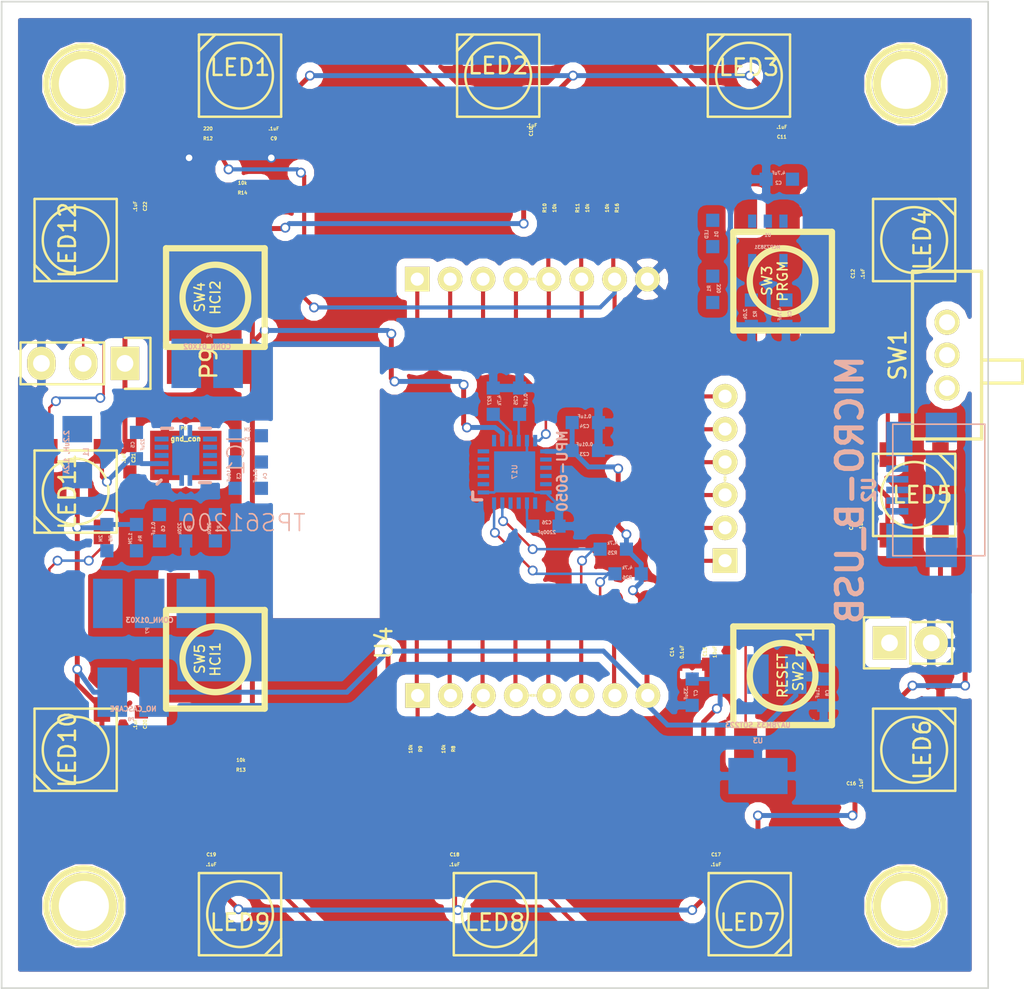
<source format=kicad_pcb>
(kicad_pcb (version 4) (host pcbnew 4.0.2-stable)
  (layers (0 F.Cu mixed) (31 B.Cu mixed) (34 B.Paste user) (35 F.Paste user) (36 B.SilkS user) (37 F.SilkS user) (38 B.Mask user) (39 F.Mask user) (44 Edge.Cuts user))
  (net 0 "")
  (net 1 /VIN)
  (net 2 GND)
  (net 3 +BATT)
  (net 4 "Net-(C3-Pad1)")
  (net 5 GNDA)
  (net 6 "Net-(C4-Pad2)")
  (net 7 VCC)
  (net 8 "Net-(C6-Pad1)")
  (net 9 +3V3)
  (net 10 "Net-(C25-Pad1)")
  (net 11 "Net-(C26-Pad1)")
  (net 12 "Net-(D1-Pad2)")
  (net 13 "Net-(D1-Pad1)")
  (net 14 "Net-(IC1-Pad3)")
  (net 15 "Net-(IC1-Pad10)")
  (net 16 "Net-(LED1-Pad4)")
  (net 17 "Net-(LED1-Pad2)")
  (net 18 "Net-(LED2-Pad2)")
  (net 19 "Net-(LED3-Pad2)")
  (net 20 "Net-(LED4-Pad2)")
  (net 21 "Net-(LED5-Pad2)")
  (net 22 "Net-(LED6-Pad2)")
  (net 23 "Net-(LED7-Pad2)")
  (net 24 "Net-(LED8-Pad2)")
  (net 25 "Net-(LED10-Pad4)")
  (net 26 "Net-(LED10-Pad2)")
  (net 27 "Net-(LED11-Pad2)")
  (net 28 DOUT)
  (net 29 ADC)
  (net 30 GPIO0)
  (net 31 GPIO2)
  (net 32 GPIO4)
  (net 33 GPIO5)
  (net 34 GPIO9)
  (net 35 GPIO16)
  (net 36 GPIO15)
  (net 37 GPIO14)
  (net 38 GPIO13)
  (net 39 GPIO12)
  (net 40 GPIO10)
  (net 41 TX)
  (net 42 RX)
  (net 43 "Net-(P7-Pad1)")
  (net 44 "Net-(P7-Pad3)")
  (net 45 SCLK)
  (net 46 MOSI)
  (net 47 MISO)
  (net 48 CS0)
  (net 49 "Net-(R2-Pad1)")
  (net 50 ADO)
  (net 51 CH_PD)
  (net 52 RESET)
  (module kicad-libraries:0603 (layer B.Cu) (at 62 32.65 270)
    (fp_text reference C1 (at 0.05 -0.225 270) (layer B.SilkS) (effects (font (size 0.2 0.2) (thickness 0.05)) (justify mirror)))
    (fp_text value 4.7uF (at 0.05 0.375 270) (layer B.SilkS) (effects (font (size 0.2 0.2) (thickness 0.05)) (justify mirror)))
    (pad 1 smd rect (at -0.8001 0 270) (size 0.8001 0.8001) (layers B.Cu B.Paste B.Mask) (net 1 /VIN))
    (pad 2 smd rect (at 0.8001 0 270) (size 0.8001 0.8001) (layers B.Cu B.Paste B.Mask) (net 2 GND))
  )
  (module kicad-libraries:0603 (layer B.Cu) (at 61.6 24.5 180)
    (fp_text reference C2 (at 0.05 -0.225 180) (layer B.SilkS) (effects (font (size 0.2 0.2) (thickness 0.05)) (justify mirror)))
    (fp_text value 4.7uF (at 0.05 0.375 180) (layer B.SilkS) (effects (font (size 0.2 0.2) (thickness 0.05)) (justify mirror)))
    (pad 1 smd rect (at -0.8001 0 180) (size 0.8001 0.8001) (layers B.Cu B.Paste B.Mask) (net 3 +BATT))
    (pad 2 smd rect (at 0.8001 0 180) (size 0.8001 0.8001) (layers B.Cu B.Paste B.Mask) (net 2 GND))
  )
  (module kicad-libraries:0603 (layer B.Cu) (at 28.5 42.5 270)
    (fp_text reference C3 (at 0.05 -0.225 270) (layer B.SilkS) (effects (font (size 0.2 0.2) (thickness 0.05)) (justify mirror)))
    (fp_text value 10uF (at 0.05 0.375 270) (layer B.SilkS) (effects (font (size 0.2 0.2) (thickness 0.05)) (justify mirror)))
    (pad 1 smd rect (at -0.8001 0 270) (size 0.8001 0.8001) (layers B.Cu B.Paste B.Mask) (net 4 "Net-(C3-Pad1)"))
    (pad 2 smd rect (at 0.8001 0 270) (size 0.8001 0.8001) (layers B.Cu B.Paste B.Mask) (net 5 GNDA))
  )
  (module kicad-libraries:0603 (layer B.Cu) (at 30.1 42.5 270)
    (fp_text reference C4 (at 0.05 -0.225 270) (layer B.SilkS) (effects (font (size 0.2 0.2) (thickness 0.05)) (justify mirror)))
    (fp_text value 0.1uF (at 0.05 0.375 270) (layer B.SilkS) (effects (font (size 0.2 0.2) (thickness 0.05)) (justify mirror)))
    (pad 1 smd rect (at -0.8001 0 270) (size 0.8001 0.8001) (layers B.Cu B.Paste B.Mask) (net 4 "Net-(C3-Pad1)"))
    (pad 2 smd rect (at 0.8001 0 270) (size 0.8001 0.8001) (layers B.Cu B.Paste B.Mask) (net 6 "Net-(C4-Pad2)"))
  )
  (module kicad-libraries:0603 (layer B.Cu) (at 22.5 40.7 90)
    (fp_text reference C5 (at 0.05 -0.225 90) (layer B.SilkS) (effects (font (size 0.2 0.2) (thickness 0.05)) (justify mirror)))
    (fp_text value 22uF (at 0.05 0.375 90) (layer B.SilkS) (effects (font (size 0.2 0.2) (thickness 0.05)) (justify mirror)))
    (pad 1 smd rect (at -0.8001 0 90) (size 0.8001 0.8001) (layers B.Cu B.Paste B.Mask) (net 7 VCC))
    (pad 2 smd rect (at 0.8001 0 90) (size 0.8001 0.8001) (layers B.Cu B.Paste B.Mask) (net 5 GNDA))
  )
  (module kicad-libraries:0603 (layer B.Cu) (at 23.9 45.7 270)
    (fp_text reference C6 (at 0.05 -0.225 270) (layer B.SilkS) (effects (font (size 0.2 0.2) (thickness 0.05)) (justify mirror)))
    (fp_text value 0.1uF (at 0.05 0.375 270) (layer B.SilkS) (effects (font (size 0.2 0.2) (thickness 0.05)) (justify mirror)))
    (pad 1 smd rect (at -0.8001 0 270) (size 0.8001 0.8001) (layers B.Cu B.Paste B.Mask) (net 8 "Net-(C6-Pad1)"))
    (pad 2 smd rect (at 0.8001 0 270) (size 0.8001 0.8001) (layers B.Cu B.Paste B.Mask) (net 5 GNDA))
  )
  (module kicad-libraries:0603 (layer B.Cu) (at 56.3 55.7 270)
    (fp_text reference C7 (at 0.05 -0.225 270) (layer B.SilkS) (effects (font (size 0.2 0.2) (thickness 0.05)) (justify mirror)))
    (fp_text value .33uF (at 0.05 0.375 270) (layer B.SilkS) (effects (font (size 0.2 0.2) (thickness 0.05)) (justify mirror)))
    (pad 1 smd rect (at -0.8001 0 270) (size 0.8001 0.8001) (layers B.Cu B.Paste B.Mask) (net 7 VCC))
    (pad 2 smd rect (at 0.8001 0 270) (size 0.8001 0.8001) (layers B.Cu B.Paste B.Mask) (net 2 GND))
  )
  (module kicad-libraries:0603 (layer B.Cu) (at 64.3 55.7 270)
    (fp_text reference C8 (at 0.05 -0.225 270) (layer B.SilkS) (effects (font (size 0.2 0.2) (thickness 0.05)) (justify mirror)))
    (fp_text value .1uF (at 0.05 0.375 270) (layer B.SilkS) (effects (font (size 0.2 0.2) (thickness 0.05)) (justify mirror)))
    (pad 1 smd rect (at -0.8001 0 270) (size 0.8001 0.8001) (layers B.Cu B.Paste B.Mask) (net 9 +3V3))
    (pad 2 smd rect (at 0.8001 0 270) (size 0.8001 0.8001) (layers B.Cu B.Paste B.Mask) (net 2 GND))
  )
  (module kicad-libraries:0603 (layer F.Cu) (at 30.8 21.8)
    (fp_text reference C9 (at 0.05 0.225) (layer F.SilkS) (effects (font (size 0.2 0.2) (thickness 0.05))))
    (fp_text value .1uF (at 0.05 -0.375) (layer F.SilkS) (effects (font (size 0.2 0.2) (thickness 0.05))))
    (pad 1 smd rect (at -0.8001 0) (size 0.8001 0.8001) (layers F.Cu F.Paste F.Mask) (net 2 GND))
    (pad 2 smd rect (at 0.8001 0) (size 0.8001 0.8001) (layers F.Cu F.Paste F.Mask) (net 7 VCC))
  )
  (module kicad-libraries:0603 (layer F.Cu) (at 46.5 21.6)
    (fp_text reference C10 (at 0 0 270) (layer F.SilkS) (effects (font (size 0.2 0.2) (thickness 0.05))))
    (fp_text value .1uF (at 0.05 -0.375) (layer F.SilkS) (effects (font (size 0.2 0.2) (thickness 0.05))))
    (pad 1 smd rect (at -0.8001 0) (size 0.8001 0.8001) (layers F.Cu F.Paste F.Mask) (net 2 GND))
    (pad 2 smd rect (at 0.8001 0) (size 0.8001 0.8001) (layers F.Cu F.Paste F.Mask) (net 7 VCC))
  )
  (module kicad-libraries:0603 (layer F.Cu) (at 61.7 21.7)
    (fp_text reference C11 (at 0.05 0.225) (layer F.SilkS) (effects (font (size 0.2 0.2) (thickness 0.05))))
    (fp_text value .1uF (at 0.05 -0.375) (layer F.SilkS) (effects (font (size 0.2 0.2) (thickness 0.05))))
    (pad 1 smd rect (at -0.8001 0) (size 0.8001 0.8001) (layers F.Cu F.Paste F.Mask) (net 2 GND))
    (pad 2 smd rect (at 0.8001 0) (size 0.8001 0.8001) (layers F.Cu F.Paste F.Mask) (net 7 VCC))
  )
  (module kicad-libraries:0603 (layer F.Cu) (at 66.3 30.2 270)
    (fp_text reference C12 (at 0.05 0.225 270) (layer F.SilkS) (effects (font (size 0.2 0.2) (thickness 0.05))))
    (fp_text value .1uF (at 0.05 -0.375 270) (layer F.SilkS) (effects (font (size 0.2 0.2) (thickness 0.05))))
    (pad 1 smd rect (at -0.8001 0 270) (size 0.8001 0.8001) (layers F.Cu F.Paste F.Mask) (net 2 GND))
    (pad 2 smd rect (at 0.8001 0 270) (size 0.8001 0.8001) (layers F.Cu F.Paste F.Mask) (net 7 VCC))
  )
  (module kicad-libraries:0603 (layer F.Cu) (at 57.3 53.2 270)
    (fp_text reference C13 (at 0.05 0.225 270) (layer F.SilkS) (effects (font (size 0.2 0.2) (thickness 0.05))))
    (fp_text value 10uF (at 0.05 -0.375 270) (layer F.SilkS) (effects (font (size 0.2 0.2) (thickness 0.05))))
    (pad 1 smd rect (at -0.8001 0 270) (size 0.8001 0.8001) (layers F.Cu F.Paste F.Mask) (net 9 +3V3))
    (pad 2 smd rect (at 0.8001 0 270) (size 0.8001 0.8001) (layers F.Cu F.Paste F.Mask) (net 2 GND))
  )
  (module kicad-libraries:0603 (layer F.Cu) (at 55.3 53.2 270)
    (fp_text reference C14 (at 0.05 0.225 270) (layer F.SilkS) (effects (font (size 0.2 0.2) (thickness 0.05))))
    (fp_text value 0.1uF (at 0.05 -0.375 270) (layer F.SilkS) (effects (font (size 0.2 0.2) (thickness 0.05))))
    (pad 1 smd rect (at -0.8001 0 270) (size 0.8001 0.8001) (layers F.Cu F.Paste F.Mask) (net 9 +3V3))
    (pad 2 smd rect (at 0.8001 0 270) (size 0.8001 0.8001) (layers F.Cu F.Paste F.Mask) (net 2 GND))
  )
  (module kicad-libraries:0603 (layer F.Cu) (at 66.2 45.5 270)
    (fp_text reference C15 (at 0.05 0.225 270) (layer F.SilkS) (effects (font (size 0.2 0.2) (thickness 0.05))))
    (fp_text value .1uF (at 0.05 -0.375 270) (layer F.SilkS) (effects (font (size 0.2 0.2) (thickness 0.05))))
    (pad 1 smd rect (at -0.8001 0 270) (size 0.8001 0.8001) (layers F.Cu F.Paste F.Mask) (net 2 GND))
    (pad 2 smd rect (at 0.8001 0 270) (size 0.8001 0.8001) (layers F.Cu F.Paste F.Mask) (net 7 VCC))
  )
  (module kicad-libraries:0603 (layer F.Cu) (at 66.2 61.2 270)
    (fp_text reference C16 (at 0.05 0.225 360) (layer F.SilkS) (effects (font (size 0.2 0.2) (thickness 0.05))))
    (fp_text value .1uF (at 0.05 -0.375 270) (layer F.SilkS) (effects (font (size 0.2 0.2) (thickness 0.05))))
    (pad 1 smd rect (at -0.8001 0 270) (size 0.8001 0.8001) (layers F.Cu F.Paste F.Mask) (net 2 GND))
    (pad 2 smd rect (at 0.8001 0 270) (size 0.8001 0.8001) (layers F.Cu F.Paste F.Mask) (net 7 VCC))
  )
  (module kicad-libraries:0603 (layer F.Cu) (at 57.8 65.8 180)
    (fp_text reference C17 (at 0.05 0.225 180) (layer F.SilkS) (effects (font (size 0.2 0.2) (thickness 0.05))))
    (fp_text value .1uF (at 0.05 -0.375 180) (layer F.SilkS) (effects (font (size 0.2 0.2) (thickness 0.05))))
    (pad 1 smd rect (at -0.8001 0 180) (size 0.8001 0.8001) (layers F.Cu F.Paste F.Mask) (net 2 GND))
    (pad 2 smd rect (at 0.8001 0 180) (size 0.8001 0.8001) (layers F.Cu F.Paste F.Mask) (net 7 VCC))
  )
  (module kicad-libraries:0603 (layer F.Cu) (at 41.9 65.8 180)
    (fp_text reference C18 (at 0.05 0.225 180) (layer F.SilkS) (effects (font (size 0.2 0.2) (thickness 0.05))))
    (fp_text value .1uF (at 0.05 -0.375 180) (layer F.SilkS) (effects (font (size 0.2 0.2) (thickness 0.05))))
    (pad 1 smd rect (at -0.8001 0 180) (size 0.8001 0.8001) (layers F.Cu F.Paste F.Mask) (net 2 GND))
    (pad 2 smd rect (at 0.8001 0 180) (size 0.8001 0.8001) (layers F.Cu F.Paste F.Mask) (net 7 VCC))
  )
  (module kicad-libraries:0603 (layer F.Cu) (at 27.1 65.8 180)
    (fp_text reference C19 (at 0.05 0.225 180) (layer F.SilkS) (effects (font (size 0.2 0.2) (thickness 0.05))))
    (fp_text value .1uF (at 0.05 -0.375 180) (layer F.SilkS) (effects (font (size 0.2 0.2) (thickness 0.05))))
    (pad 1 smd rect (at -0.8001 0 180) (size 0.8001 0.8001) (layers F.Cu F.Paste F.Mask) (net 2 GND))
    (pad 2 smd rect (at 0.8001 0 180) (size 0.8001 0.8001) (layers F.Cu F.Paste F.Mask) (net 7 VCC))
  )
  (module kicad-libraries:0603 (layer F.Cu) (at 22.8 57.7 90)
    (fp_text reference C20 (at 0.05 0.225 90) (layer F.SilkS) (effects (font (size 0.2 0.2) (thickness 0.05))))
    (fp_text value .1uF (at 0.05 -0.375 90) (layer F.SilkS) (effects (font (size 0.2 0.2) (thickness 0.05))))
    (pad 1 smd rect (at -0.8001 0 90) (size 0.8001 0.8001) (layers F.Cu F.Paste F.Mask) (net 2 GND))
    (pad 2 smd rect (at 0.8001 0 90) (size 0.8001 0.8001) (layers F.Cu F.Paste F.Mask) (net 7 VCC))
  )
  (module kicad-libraries:0603 (layer F.Cu) (at 22.1 41.5 90)
    (fp_text reference C21 (at 0.05 0.225 90) (layer F.SilkS) (effects (font (size 0.2 0.2) (thickness 0.05))))
    (fp_text value .1uF (at 0.05 -0.375 90) (layer F.SilkS) (effects (font (size 0.2 0.2) (thickness 0.05))))
    (pad 1 smd rect (at -0.8001 0 90) (size 0.8001 0.8001) (layers F.Cu F.Paste F.Mask) (net 2 GND))
    (pad 2 smd rect (at 0.8001 0 90) (size 0.8001 0.8001) (layers F.Cu F.Paste F.Mask) (net 7 VCC))
  )
  (module kicad-libraries:0603 (layer F.Cu) (at 22.8 26.2 90)
    (fp_text reference C22 (at 0.05 0.225 90) (layer F.SilkS) (effects (font (size 0.2 0.2) (thickness 0.05))))
    (fp_text value .1uF (at 0.05 -0.375 90) (layer F.SilkS) (effects (font (size 0.2 0.2) (thickness 0.05))))
    (pad 1 smd rect (at -0.8001 0 90) (size 0.8001 0.8001) (layers F.Cu F.Paste F.Mask) (net 2 GND))
    (pad 2 smd rect (at 0.8001 0 90) (size 0.8001 0.8001) (layers F.Cu F.Paste F.Mask) (net 7 VCC))
  )
  (module kicad-libraries:0603 (layer B.Cu) (at 49.8 41 180)
    (fp_text reference C23 (at 0.05 -0.225 180) (layer B.SilkS) (effects (font (size 0.2 0.2) (thickness 0.05)) (justify mirror)))
    (fp_text value 0.01uF (at 0.05 0.375 180) (layer B.SilkS) (effects (font (size 0.2 0.2) (thickness 0.05)) (justify mirror)))
    (pad 1 smd rect (at -0.8001 0 180) (size 0.8001 0.8001) (layers B.Cu B.Paste B.Mask) (net 2 GND))
    (pad 2 smd rect (at 0.8001 0 180) (size 0.8001 0.8001) (layers B.Cu B.Paste B.Mask) (net 9 +3V3))
  )
  (module kicad-libraries:0603 (layer B.Cu) (at 49.8 39.3 180)
    (fp_text reference C24 (at 0.05 -0.225 180) (layer B.SilkS) (effects (font (size 0.2 0.2) (thickness 0.05)) (justify mirror)))
    (fp_text value 0.1uF (at 0.05 0.375 180) (layer B.SilkS) (effects (font (size 0.2 0.2) (thickness 0.05)) (justify mirror)))
    (pad 1 smd rect (at -0.8001 0 180) (size 0.8001 0.8001) (layers B.Cu B.Paste B.Mask) (net 2 GND))
    (pad 2 smd rect (at 0.8001 0 180) (size 0.8001 0.8001) (layers B.Cu B.Paste B.Mask) (net 9 +3V3))
  )
  (module kicad-libraries:0603 (layer B.Cu) (at 45.8 38 90)
    (fp_text reference C25 (at 0.05 -0.225 90) (layer B.SilkS) (effects (font (size 0.2 0.2) (thickness 0.05)) (justify mirror)))
    (fp_text value 0.1uF (at 0.05 0.375 90) (layer B.SilkS) (effects (font (size 0.2 0.2) (thickness 0.05)) (justify mirror)))
    (pad 1 smd rect (at -0.8001 0 90) (size 0.8001 0.8001) (layers B.Cu B.Paste B.Mask) (net 10 "Net-(C25-Pad1)"))
    (pad 2 smd rect (at 0.8001 0 90) (size 0.8001 0.8001) (layers B.Cu B.Paste B.Mask) (net 2 GND))
  )
  (module kicad-libraries:0603 (layer B.Cu) (at 47.4 45.6)
    (fp_text reference C26 (at 0.05 -0.225) (layer B.SilkS) (effects (font (size 0.2 0.2) (thickness 0.05)) (justify mirror)))
    (fp_text value 2200pF (at 0.05 0.375) (layer B.SilkS) (effects (font (size 0.2 0.2) (thickness 0.05)) (justify mirror)))
    (pad 1 smd rect (at -0.8001 0) (size 0.8001 0.8001) (layers B.Cu B.Paste B.Mask) (net 11 "Net-(C26-Pad1)"))
    (pad 2 smd rect (at 0.8001 0) (size 0.8001 0.8001) (layers B.Cu B.Paste B.Mask) (net 2 GND))
  )
  (module tps61200_qfn_custom:tps61200_QFN-10_PAD (layer B.Cu) (at 25.5 41.3 90)
    (fp_text reference IC1 (at 0 3.048 90) (layer B.SilkS) (effects (font (size 1.016 1.016) (thickness 0.09906)) (justify mirror)))
    (fp_text value TPS61200 (at -4.1 3.5 360) (layer B.SilkS) (effects (font (size 1.016 1.016) (thickness 0.09906)) (justify mirror)))
    (pad 1 smd rect (at -0.99822 -1.4732) (size 0.84836 0.29464) (layers B.Cu B.Paste B.Mask) (net 8 "Net-(C6-Pad1)"))
    (pad 2 smd rect (at -0.49784 -1.4732) (size 0.84836 0.29464) (layers B.Cu B.Paste B.Mask) (net 7 VCC))
    (pad 3 smd rect (at 0 -1.4732) (size 0.84836 0.29464) (layers B.Cu B.Paste B.Mask) (net 14 "Net-(IC1-Pad3)"))
    (pad 4 smd rect (at 0.49784 -1.4732) (size 0.84836 0.29464) (layers B.Cu B.Paste B.Mask) (net 5 GNDA))
    (pad 5 smd rect (at 0.99822 -1.4732) (size 0.84836 0.29464) (layers B.Cu B.Paste B.Mask) (net 4 "Net-(C3-Pad1)"))
    (pad 6 smd rect (at 0.99822 1.4732) (size 0.84836 0.29464) (layers B.Cu B.Paste B.Mask) (net 4 "Net-(C3-Pad1)"))
    (pad 7 smd rect (at 0.49784 1.4732) (size 0.84836 0.29464) (layers B.Cu B.Paste B.Mask) (net 6 "Net-(C4-Pad2)"))
    (pad 8 smd rect (at 0 1.4732) (size 0.84836 0.29464) (layers B.Cu B.Paste B.Mask) (net 4 "Net-(C3-Pad1)"))
    (pad 9 smd rect (at -0.49784 1.4732) (size 0.84836 0.29464) (layers B.Cu B.Paste B.Mask) (net 2 GND))
    (pad 10 smd rect (at -0.99822 1.4732) (size 0.84836 0.29464) (layers B.Cu B.Paste B.Mask) (net 15 "Net-(IC1-Pad10)"))
    (pad 11 smd rect (at -1.4986 0.24892 90) (size 0.6985 0.2794) (layers B.Cu B.Paste B.Mask) (net 2 GND))
    (pad 12 smd rect (at -1.4986 -0.24892 90) (size 0.6985 0.2794) (layers B.Cu B.Paste B.Mask) (net 2 GND))
    (pad 13 smd rect (at 1.4986 0.24892 90) (size 0.6985 0.2794) (layers B.Cu B.Paste B.Mask) (net 2 GND))
    (pad 14 smd rect (at 1.4986 -0.24892 90) (size 0.6985 0.2794) (layers B.Cu B.Paste B.Mask) (net 2 GND))
    (pad 15 smd rect (at 0 0) (size 1.64846 2.39776) (layers B.Cu B.Paste B.Mask) (net 2 GND))
  )
  (module kicad-libraries:1206E (layer B.Cu) (at 18.9 41.1 270)
    (fp_text reference L1 (at 0 -0.5375 270) (layer B.SilkS) (effects (font (size 0.3 0.3) (thickness 0.075)) (justify mirror)))
    (fp_text value "2.2uH, 1.2A" (at 0 0.65 270) (layer B.SilkS) (effects (font (size 0.3 0.3) (thickness 0.075)) (justify mirror)))
    (pad 1 smd rect (at -1.4 0 270) (size 1.6 1.8) (layers B.Cu B.Paste B.Mask) (net 14 "Net-(IC1-Pad3)"))
    (pad 2 smd rect (at 1.4 0 270) (size 1.6 1.8) (layers B.Cu B.Paste B.Mask) (net 4 "Net-(C3-Pad1)"))
  )
  (module kicad-libraries:WS2812B_LED (layer F.Cu) (at 28.8 18.2 180)
    (fp_text reference LED1 (at 0 0.5 180) (layer F.SilkS))
    (fp_text value WS2812B)
    (pad 3 smd rect (at 2.45 1.6 180) (size 1.5 1) (layers F.Cu F.Paste F.Mask) (net 2 GND))
    (pad 4 smd rect (at 2.45 -1.6 180) (size 1.5 1) (layers F.Cu F.Paste F.Mask) (net 16 "Net-(LED1-Pad4)"))
    (pad 1 smd rect (at -2.45 -1.6 180) (size 1.5 1) (layers F.Cu F.Paste F.Mask) (net 7 VCC))
    (pad 2 smd rect (at -2.45 1.6 180) (size 1.5 1) (layers F.Cu F.Paste F.Mask) (net 17 "Net-(LED1-Pad2)"))
  )
  (module kicad-libraries:WS2812B_LED (layer F.Cu) (at 44.5 18.2 180)
    (fp_text reference LED2 (at 0 0.6 180) (layer F.SilkS))
    (fp_text value WS2812B)
    (pad 3 smd rect (at 2.45 1.6 180) (size 1.5 1) (layers F.Cu F.Paste F.Mask) (net 2 GND))
    (pad 4 smd rect (at 2.45 -1.6 180) (size 1.5 1) (layers F.Cu F.Paste F.Mask) (net 17 "Net-(LED1-Pad2)"))
    (pad 1 smd rect (at -2.45 -1.6 180) (size 1.5 1) (layers F.Cu F.Paste F.Mask) (net 7 VCC))
    (pad 2 smd rect (at -2.45 1.6 180) (size 1.5 1) (layers F.Cu F.Paste F.Mask) (net 18 "Net-(LED2-Pad2)"))
  )
  (module kicad-libraries:WS2812B_LED (layer F.Cu) (at 59.75 18.2 180)
    (fp_text reference LED3 (at 0 0.5 180) (layer F.SilkS))
    (fp_text value WS2812B)
    (pad 3 smd rect (at 2.45 1.6 180) (size 1.5 1) (layers F.Cu F.Paste F.Mask) (net 2 GND))
    (pad 4 smd rect (at 2.45 -1.6 180) (size 1.5 1) (layers F.Cu F.Paste F.Mask) (net 18 "Net-(LED2-Pad2)"))
    (pad 1 smd rect (at -2.45 -1.6 180) (size 1.5 1) (layers F.Cu F.Paste F.Mask) (net 7 VCC))
    (pad 2 smd rect (at -2.45 1.6 180) (size 1.5 1) (layers F.Cu F.Paste F.Mask) (net 19 "Net-(LED3-Pad2)"))
  )
  (module kicad-libraries:WS2812B_LED (layer F.Cu) (at 69.8 28.2 90)
    (fp_text reference LED4 (at 0 0.5 90) (layer F.SilkS))
    (fp_text value WS2812B)
    (pad 3 smd rect (at 2.45 1.6 90) (size 1.5 1) (layers F.Cu F.Paste F.Mask) (net 2 GND))
    (pad 4 smd rect (at 2.45 -1.6 90) (size 1.5 1) (layers F.Cu F.Paste F.Mask) (net 19 "Net-(LED3-Pad2)"))
    (pad 1 smd rect (at -2.45 -1.6 90) (size 1.5 1) (layers F.Cu F.Paste F.Mask) (net 7 VCC))
    (pad 2 smd rect (at -2.45 1.6 90) (size 1.5 1) (layers F.Cu F.Paste F.Mask) (net 20 "Net-(LED4-Pad2)"))
  )
  (module kicad-libraries:WS2812B_LED (layer F.Cu) (at 69.8 43.7 90)
    (fp_text reference LED5 (at 0 0.5 180) (layer F.SilkS))
    (fp_text value WS2812B)
    (pad 3 smd rect (at 2.45 1.6 90) (size 1.5 1) (layers F.Cu F.Paste F.Mask) (net 2 GND))
    (pad 4 smd rect (at 2.45 -1.6 90) (size 1.5 1) (layers F.Cu F.Paste F.Mask) (net 20 "Net-(LED4-Pad2)"))
    (pad 1 smd rect (at -2.45 -1.6 90) (size 1.5 1) (layers F.Cu F.Paste F.Mask) (net 7 VCC))
    (pad 2 smd rect (at -2.45 1.6 90) (size 1.5 1) (layers F.Cu F.Paste F.Mask) (net 21 "Net-(LED5-Pad2)"))
  )
  (module kicad-libraries:WS2812B_LED (layer F.Cu) (at 69.8 59.2 90)
    (fp_text reference LED6 (at 0 0.5 90) (layer F.SilkS))
    (fp_text value WS2812B)
    (pad 3 smd rect (at 2.45 1.6 90) (size 1.5 1) (layers F.Cu F.Paste F.Mask) (net 2 GND))
    (pad 4 smd rect (at 2.45 -1.6 90) (size 1.5 1) (layers F.Cu F.Paste F.Mask) (net 21 "Net-(LED5-Pad2)"))
    (pad 1 smd rect (at -2.45 -1.6 90) (size 1.5 1) (layers F.Cu F.Paste F.Mask) (net 7 VCC))
    (pad 2 smd rect (at -2.45 1.6 90) (size 1.5 1) (layers F.Cu F.Paste F.Mask) (net 22 "Net-(LED6-Pad2)"))
  )
  (module kicad-libraries:WS2812B_LED (layer F.Cu) (at 59.8 69.2)
    (fp_text reference LED7 (at 0 0.5) (layer F.SilkS))
    (fp_text value WS2812B)
    (pad 3 smd rect (at 2.45 1.6) (size 1.5 1) (layers F.Cu F.Paste F.Mask) (net 2 GND))
    (pad 4 smd rect (at 2.45 -1.6) (size 1.5 1) (layers F.Cu F.Paste F.Mask) (net 22 "Net-(LED6-Pad2)"))
    (pad 1 smd rect (at -2.45 -1.6) (size 1.5 1) (layers F.Cu F.Paste F.Mask) (net 7 VCC))
    (pad 2 smd rect (at -2.45 1.6) (size 1.5 1) (layers F.Cu F.Paste F.Mask) (net 23 "Net-(LED7-Pad2)"))
  )
  (module kicad-libraries:WS2812B_LED (layer F.Cu) (at 44.3 69.2)
    (fp_text reference LED8 (at 0 0.5) (layer F.SilkS))
    (fp_text value WS2812B)
    (pad 3 smd rect (at 2.45 1.6) (size 1.5 1) (layers F.Cu F.Paste F.Mask) (net 2 GND))
    (pad 4 smd rect (at 2.45 -1.6) (size 1.5 1) (layers F.Cu F.Paste F.Mask) (net 23 "Net-(LED7-Pad2)"))
    (pad 1 smd rect (at -2.45 -1.6) (size 1.5 1) (layers F.Cu F.Paste F.Mask) (net 7 VCC))
    (pad 2 smd rect (at -2.45 1.6) (size 1.5 1) (layers F.Cu F.Paste F.Mask) (net 24 "Net-(LED8-Pad2)"))
  )
  (module kicad-libraries:WS2812B_LED (layer F.Cu) (at 28.8 69.2)
    (fp_text reference LED9 (at 0 0.5) (layer F.SilkS))
    (fp_text value WS2812B)
    (pad 3 smd rect (at 2.45 1.6) (size 1.5 1) (layers F.Cu F.Paste F.Mask) (net 2 GND))
    (pad 4 smd rect (at 2.45 -1.6) (size 1.5 1) (layers F.Cu F.Paste F.Mask) (net 24 "Net-(LED8-Pad2)"))
    (pad 1 smd rect (at -2.45 -1.6) (size 1.5 1) (layers F.Cu F.Paste F.Mask) (net 7 VCC))
    (pad 2 smd rect (at -2.45 1.6) (size 1.5 1) (layers F.Cu F.Paste F.Mask) (net 25 "Net-(LED10-Pad4)"))
  )
  (module kicad-libraries:WS2812B_LED (layer F.Cu) (at 18.8 59.2 270)
    (fp_text reference LED10 (at 0 0.5 270) (layer F.SilkS))
    (fp_text value WS2812B)
    (pad 3 smd rect (at 2.45 1.6 270) (size 1.5 1) (layers F.Cu F.Paste F.Mask) (net 2 GND))
    (pad 4 smd rect (at 2.45 -1.6 270) (size 1.5 1) (layers F.Cu F.Paste F.Mask) (net 25 "Net-(LED10-Pad4)"))
    (pad 1 smd rect (at -2.45 -1.6 270) (size 1.5 1) (layers F.Cu F.Paste F.Mask) (net 7 VCC))
    (pad 2 smd rect (at -2.45 1.6 270) (size 1.5 1) (layers F.Cu F.Paste F.Mask) (net 26 "Net-(LED10-Pad2)"))
  )
  (module kicad-libraries:WS2812B_LED (layer F.Cu) (at 18.8 43.5 270)
    (fp_text reference LED11 (at 0 0.5 270) (layer F.SilkS))
    (fp_text value WS2812B)
    (pad 3 smd rect (at 2.45 1.6 270) (size 1.5 1) (layers F.Cu F.Paste F.Mask) (net 2 GND))
    (pad 4 smd rect (at 2.45 -1.6 270) (size 1.5 1) (layers F.Cu F.Paste F.Mask) (net 26 "Net-(LED10-Pad2)"))
    (pad 1 smd rect (at -2.45 -1.6 270) (size 1.5 1) (layers F.Cu F.Paste F.Mask) (net 7 VCC))
    (pad 2 smd rect (at -2.45 1.6 270) (size 1.5 1) (layers F.Cu F.Paste F.Mask) (net 27 "Net-(LED11-Pad2)"))
  )
  (module kicad-libraries:WS2812B_LED (layer F.Cu) (at 18.8 28.2 270)
    (fp_text reference LED12 (at 0 0.5 270) (layer F.SilkS))
    (fp_text value WS2812B)
    (pad 3 smd rect (at 2.45 1.6 270) (size 1.5 1) (layers F.Cu F.Paste F.Mask) (net 2 GND))
    (pad 4 smd rect (at 2.45 -1.6 270) (size 1.5 1) (layers F.Cu F.Paste F.Mask) (net 27 "Net-(LED11-Pad2)"))
    (pad 1 smd rect (at -2.45 -1.6 270) (size 1.5 1) (layers F.Cu F.Paste F.Mask) (net 7 VCC))
    (pad 2 smd rect (at -2.45 1.6 270) (size 1.5 1) (layers F.Cu F.Paste F.Mask) (net 28 DOUT))
  )
  (module Pin_Headers:Pin_Header_Straight_1x02 (layer F.Cu) (at 68.3 52.7 90)
    (fp_text reference P1 (at 0 -5.1 90) (layer F.SilkS))
    (fp_text value BATT)
    (pad 1 thru_hole rect (at 0 0 90) (size 2.032 2.032) (drill 1.016) (layers *.Cu *.Mask F.SilkS) (net 3 +BATT))
    (pad 2 thru_hole oval (at 0 2.54 90) (size 2.032 2.032) (drill 1.016) (layers *.Cu *.Mask F.SilkS) (net 2 GND))
  )
  (module Pin_Headers:Pin_Header_Straight_1x03 (layer F.Cu) (at 21.8 35.7 270)
    (fp_text reference P9 (at 0 -5.1 270) (layer F.SilkS))
    (fp_text value PixelOut)
    (pad 1 thru_hole rect (at 0 0 270) (size 2.032 1.7272) (drill 1.016) (layers *.Cu *.Mask F.SilkS) (net 7 VCC))
    (pad 2 thru_hole oval (at 0 2.54 270) (size 2.032 1.7272) (drill 1.016) (layers *.Cu *.Mask F.SilkS) (net 28 DOUT))
    (pad 3 thru_hole oval (at 0 5.08 270) (size 2.032 1.7272) (drill 1.016) (layers *.Cu *.Mask F.SilkS) (net 2 GND))
  )
  (module kicad-libraries:0603 (layer B.Cu) (at 57.55 31.2 90)
    (fp_text reference R1 (at 0.05 -0.225 90) (layer B.SilkS) (effects (font (size 0.2 0.2) (thickness 0.05)) (justify mirror)))
    (fp_text value 330 (at 0.05 0.375 90) (layer B.SilkS) (effects (font (size 0.2 0.2) (thickness 0.05)) (justify mirror)))
    (pad 1 smd rect (at -0.8001 0 90) (size 0.8001 0.8001) (layers B.Cu B.Paste B.Mask) (net 1 /VIN))
    (pad 2 smd rect (at 0.8001 0 90) (size 0.8001 0.8001) (layers B.Cu B.Paste B.Mask) (net 12 "Net-(D1-Pad2)"))
  )
  (module kicad-libraries:0603 (layer B.Cu) (at 59.9 32.65 270)
    (fp_text reference R2 (at 0.05 -0.225 270) (layer B.SilkS) (effects (font (size 0.2 0.2) (thickness 0.05)) (justify mirror)))
    (fp_text value 2.0k (at 0.05 0.375 270) (layer B.SilkS) (effects (font (size 0.2 0.2) (thickness 0.05)) (justify mirror)))
    (pad 1 smd rect (at -0.8001 0 270) (size 0.8001 0.8001) (layers B.Cu B.Paste B.Mask) (net 49 "Net-(R2-Pad1)"))
    (pad 2 smd rect (at 0.8001 0 270) (size 0.8001 0.8001) (layers B.Cu B.Paste B.Mask) (net 2 GND))
  )
  (module kicad-libraries:0603 (layer B.Cu) (at 29.3 40.1 180)
    (fp_text reference R3 (at 0.05 -0.225 180) (layer B.SilkS) (effects (font (size 0.2 0.2) (thickness 0.05)) (justify mirror)))
    (fp_text value 2M (at 0.05 0.375 180) (layer B.SilkS) (effects (font (size 0.2 0.2) (thickness 0.05)) (justify mirror)))
    (pad 1 smd rect (at -0.8001 0 180) (size 0.8001 0.8001) (layers B.Cu B.Paste B.Mask) (net 4 "Net-(C3-Pad1)"))
    (pad 2 smd rect (at 0.8001 0 180) (size 0.8001 0.8001) (layers B.Cu B.Paste B.Mask) (net 6 "Net-(C4-Pad2)"))
  )
  (module kicad-libraries:0603 (layer B.Cu) (at 22.5 46.3 270)
    (fp_text reference R4 (at 0.05 -0.225 270) (layer B.SilkS) (effects (font (size 0.2 0.2) (thickness 0.05)) (justify mirror)))
    (fp_text value 1.2M (at 0.05 0.375 270) (layer B.SilkS) (effects (font (size 0.2 0.2) (thickness 0.05)) (justify mirror)))
    (pad 1 smd rect (at -0.8001 0 270) (size 0.8001 0.8001) (layers B.Cu B.Paste B.Mask) (net 7 VCC))
    (pad 2 smd rect (at 0.8001 0 270) (size 0.8001 0.8001) (layers B.Cu B.Paste B.Mask) (net 44 "Net-(P7-Pad3)"))
  )
  (module kicad-libraries:0603 (layer B.Cu) (at 20.7 46.3 270)
    (fp_text reference R5 (at 0.05 -0.225 270) (layer B.SilkS) (effects (font (size 0.2 0.2) (thickness 0.05)) (justify mirror)))
    (fp_text value 2M (at 0.05 0.375 270) (layer B.SilkS) (effects (font (size 0.2 0.2) (thickness 0.05)) (justify mirror)))
    (pad 1 smd rect (at -0.8001 0 270) (size 0.8001 0.8001) (layers B.Cu B.Paste B.Mask) (net 7 VCC))
    (pad 2 smd rect (at 0.8001 0 270) (size 0.8001 0.8001) (layers B.Cu B.Paste B.Mask) (net 43 "Net-(P7-Pad1)"))
  )
  (module kicad-libraries:0603 (layer B.Cu) (at 25.5 45.7 270)
    (fp_text reference R6 (at 0.05 -0.225 270) (layer B.SilkS) (effects (font (size 0.2 0.2) (thickness 0.05)) (justify mirror)))
    (fp_text value 220k (at 0.05 0.375 270) (layer B.SilkS) (effects (font (size 0.2 0.2) (thickness 0.05)) (justify mirror)))
    (pad 1 smd rect (at -0.8001 0 270) (size 0.8001 0.8001) (layers B.Cu B.Paste B.Mask) (net 6 "Net-(C4-Pad2)"))
    (pad 2 smd rect (at 0.8001 0 270) (size 0.8001 0.8001) (layers B.Cu B.Paste B.Mask) (net 2 GND))
  )
  (module kicad-libraries:0603 (layer B.Cu) (at 27.3 45.7 270)
    (fp_text reference R7 (at 0.05 -0.225 270) (layer B.SilkS) (effects (font (size 0.2 0.2) (thickness 0.05)) (justify mirror)))
    (fp_text value 220k (at 0.05 0.375 270) (layer B.SilkS) (effects (font (size 0.2 0.2) (thickness 0.05)) (justify mirror)))
    (pad 1 smd rect (at -0.8001 0 270) (size 0.8001 0.8001) (layers B.Cu B.Paste B.Mask) (net 15 "Net-(IC1-Pad10)"))
    (pad 2 smd rect (at 0.8001 0 270) (size 0.8001 0.8001) (layers B.Cu B.Paste B.Mask) (net 5 GNDA))
  )
  (module kicad-libraries:0603 (layer F.Cu) (at 41.55 59.2 90)
    (fp_text reference R8 (at 0.05 0.225 90) (layer F.SilkS) (effects (font (size 0.2 0.2) (thickness 0.05))))
    (fp_text value 10k (at 0.05 -0.375 90) (layer F.SilkS) (effects (font (size 0.2 0.2) (thickness 0.05))))
    (pad 1 smd rect (at -0.8001 0 90) (size 0.8001 0.8001) (layers F.Cu F.Paste F.Mask) (net 9 +3V3))
    (pad 2 smd rect (at 0.8001 0 90) (size 0.8001 0.8001) (layers F.Cu F.Paste F.Mask) (net 51 CH_PD))
  )
  (module kicad-libraries:0603 (layer F.Cu) (at 39.55 59.2 90)
    (fp_text reference R9 (at 0.05 0.225 90) (layer F.SilkS) (effects (font (size 0.2 0.2) (thickness 0.05))))
    (fp_text value 10k (at 0.05 -0.375 90) (layer F.SilkS) (effects (font (size 0.2 0.2) (thickness 0.05))))
    (pad 1 smd rect (at -0.8001 0 90) (size 0.8001 0.8001) (layers F.Cu F.Paste F.Mask) (net 9 +3V3))
    (pad 2 smd rect (at 0.8001 0 90) (size 0.8001 0.8001) (layers F.Cu F.Paste F.Mask) (net 52 RESET))
  )
  (module kicad-libraries:0603 (layer F.Cu) (at 47.55 26.2 270)
    (fp_text reference R10 (at 0.05 0.225 270) (layer F.SilkS) (effects (font (size 0.2 0.2) (thickness 0.05))))
    (fp_text value 10k (at 0.05 -0.375 270) (layer F.SilkS) (effects (font (size 0.2 0.2) (thickness 0.05))))
    (pad 1 smd rect (at -0.8001 0 270) (size 0.8001 0.8001) (layers F.Cu F.Paste F.Mask) (net 9 +3V3))
    (pad 2 smd rect (at 0.8001 0 270) (size 0.8001 0.8001) (layers F.Cu F.Paste F.Mask) (net 30 GPIO0))
  )
  (module kicad-libraries:0603 (layer F.Cu) (at 49.55 26.2 270)
    (fp_text reference R11 (at 0.05 0.225 270) (layer F.SilkS) (effects (font (size 0.2 0.2) (thickness 0.05))))
    (fp_text value 10k (at 0.05 -0.375 270) (layer F.SilkS) (effects (font (size 0.2 0.2) (thickness 0.05))))
    (pad 1 smd rect (at -0.8001 0 270) (size 0.8001 0.8001) (layers F.Cu F.Paste F.Mask) (net 9 +3V3))
    (pad 2 smd rect (at 0.8001 0 270) (size 0.8001 0.8001) (layers F.Cu F.Paste F.Mask) (net 31 GPIO2))
  )
  (module kicad-libraries:0603 (layer F.Cu) (at 26.8 21.8)
    (fp_text reference R12 (at 0.05 0.225) (layer F.SilkS) (effects (font (size 0.2 0.2) (thickness 0.05))))
    (fp_text value 220 (at 0.05 -0.375) (layer F.SilkS) (effects (font (size 0.2 0.2) (thickness 0.05))))
    (pad 1 smd rect (at -0.8001 0) (size 0.8001 0.8001) (layers F.Cu F.Paste F.Mask) (net 16 "Net-(LED1-Pad4)"))
    (pad 2 smd rect (at 0.8001 0) (size 0.8001 0.8001) (layers F.Cu F.Paste F.Mask) (net 36 GPIO15))
  )
  (module kicad-libraries:0603 (layer F.Cu) (at 51.5 26.3 90)
    (fp_text reference R16 (at 0.05 0.225 90) (layer F.SilkS) (effects (font (size 0.2 0.2) (thickness 0.05))))
    (fp_text value 10k (at 0.05 -0.375 90) (layer F.SilkS) (effects (font (size 0.2 0.2) (thickness 0.05))))
    (pad 1 smd rect (at -0.8001 0 90) (size 0.8001 0.8001) (layers F.Cu F.Paste F.Mask) (net 36 GPIO15))
    (pad 2 smd rect (at 0.8001 0 90) (size 0.8001 0.8001) (layers F.Cu F.Paste F.Mask) (net 2 GND))
  )
  (module kicad-libraries:0603 (layer B.Cu) (at 51.5 47 180)
    (fp_text reference R25 (at 0.05 -0.225 180) (layer B.SilkS) (effects (font (size 0.2 0.2) (thickness 0.05)) (justify mirror)))
    (fp_text value 4.7k (at 0.05 0.375 180) (layer B.SilkS) (effects (font (size 0.2 0.2) (thickness 0.05)) (justify mirror)))
    (pad 1 smd rect (at -0.8001 0 180) (size 0.8001 0.8001) (layers B.Cu B.Paste B.Mask) (net 9 +3V3))
    (pad 2 smd rect (at 0.8001 0 180) (size 0.8001 0.8001) (layers B.Cu B.Paste B.Mask) (net 39 GPIO12))
  )
  (module kicad-libraries:0603 (layer B.Cu) (at 52.4 48.5 180)
    (fp_text reference R26 (at 0.05 -0.225 180) (layer B.SilkS) (effects (font (size 0.2 0.2) (thickness 0.05)) (justify mirror)))
    (fp_text value 4.7k (at 0.05 0.375 180) (layer B.SilkS) (effects (font (size 0.2 0.2) (thickness 0.05)) (justify mirror)))
    (pad 1 smd rect (at -0.8001 0 180) (size 0.8001 0.8001) (layers B.Cu B.Paste B.Mask) (net 9 +3V3))
    (pad 2 smd rect (at 0.8001 0 180) (size 0.8001 0.8001) (layers B.Cu B.Paste B.Mask) (net 38 GPIO13))
  )
  (module kicad-libraries:0603 (layer B.Cu) (at 44.2 38 90)
    (fp_text reference R27 (at 0.05 -0.225 90) (layer B.SilkS) (effects (font (size 0.2 0.2) (thickness 0.05)) (justify mirror)))
    (fp_text value 4.7k (at 0.05 0.375 90) (layer B.SilkS) (effects (font (size 0.2 0.2) (thickness 0.05)) (justify mirror)))
    (pad 1 smd rect (at -0.8001 0 90) (size 0.8001 0.8001) (layers B.Cu B.Paste B.Mask) (net 50 ADO))
    (pad 2 smd rect (at 0.8001 0 90) (size 0.8001 0.8001) (layers B.Cu B.Paste B.Mask) (net 2 GND))
  )
  (module kicad-libraries:SOT23-5 (layer B.Cu) (at 60.9 28.25)
    (fp_text reference U1 (at 0 -0.35052) (layer B.SilkS) (effects (font (size 0.2 0.2) (thickness 0.05)) (justify mirror)))
    (fp_text value MCP73831 (at -0.03 0.38) (layer B.SilkS) (effects (font (size 0.2 0.2) (thickness 0.05)) (justify mirror)))
    (pad 1 smd rect (at -0.94996 -1.19888) (size 0.50038 0.8001) (layers B.Cu B.Paste B.Mask) (net 13 "Net-(D1-Pad1)"))
    (pad 2 smd rect (at 0 -1.19888) (size 0.50038 0.8001) (layers B.Cu B.Paste B.Mask) (net 2 GND))
    (pad 3 smd rect (at 0.94996 -1.19888) (size 0.50038 0.8001) (layers B.Cu B.Paste B.Mask) (net 3 +BATT))
    (pad 5 smd rect (at -0.94996 1.19888) (size 0.50038 0.8001) (layers B.Cu B.Paste B.Mask) (net 49 "Net-(R2-Pad1)"))
    (pad 4 smd rect (at 0.94996 1.19888) (size 0.50038 0.8001) (layers B.Cu B.Paste B.Mask) (net 1 /VIN))
  )
  (module open-project:MICRO-B_USB (layer B.Cu) (at 72.9 43.4 270)
    (fp_text reference U2 (at 0 5.842 270) (layer B.SilkS) (effects (font (size 0.762 0.762) (thickness 0.1905)) (justify mirror)))
    (fp_text value MICRO-B_USB (at 0 7 270) (layer B.SilkS) (effects (font (thickness 0.3048)) (justify mirror)))
    (pad "" smd rect (at -1.19888 1.4478 270) (size 1.89738 1.89738) (layers B.Cu B.Paste B.Mask))
    (pad "" smd rect (at 1.19888 1.4478 270) (size 1.89992 1.89738) (layers B.Cu B.Paste B.Mask))
    (pad "" smd rect (at 3.79984 1.4478 270) (size 1.79578 1.89738) (layers B.Cu B.Paste B.Mask))
    (pad "" smd rect (at -3.0988 3.99796 270) (size 2.0955 1.59766) (layers B.Cu B.Paste B.Mask))
    (pad 1 smd rect (at -1.29794 4.12496 270) (size 0.39878 1.3462) (layers B.Cu B.Paste B.Mask) (net 1 /VIN) (clearance 0.2032))
    (pad 2 smd rect (at -0.6477 4.12496 270) (size 0.39878 1.3462) (layers B.Cu B.Paste B.Mask) (clearance 0.2032))
    (pad 3 smd rect (at 0 4.12496 270) (size 0.39878 1.3462) (layers B.Cu B.Paste B.Mask) (clearance 0.2032))
    (pad 4 smd rect (at 0.6477 4.12496 270) (size 0.39878 1.3462) (layers B.Cu B.Paste B.Mask) (clearance 0.2032))
    (pad 5 smd rect (at 1.29794 4.12496 270) (size 0.39878 1.3462) (layers B.Cu B.Paste B.Mask) (net 2 GND) (clearance 0.2032))
    (pad "" smd rect (at 3.0988 3.99796 270) (size 2.0955 1.59766) (layers B.Cu B.Paste B.Mask))
    (pad "" smd rect (at -3.79984 1.4478 270) (size 1.79578 1.89738) (layers B.Cu B.Paste B.Mask))
  )
  (module kicad-libraries:SOT-223 (layer B.Cu) (at 60.3 57.7)
    (fp_text reference U3 (at 0 0.94996) (layer B.SilkS) (effects (font (size 0.29972 0.29972) (thickness 0.0762)) (justify mirror)))
    (fp_text value UA78M33_SOT223 (at 0 0) (layer B.SilkS) (effects (font (size 0.29972 0.29972) (thickness 0.0762)) (justify mirror)))
    (pad 1 smd rect (at -2.30124 -3.0988) (size 1.30048 2.4003) (layers B.Cu B.Paste B.Mask) (net 7 VCC))
    (pad 2 smd rect (at 0 -3.0988) (size 1.30048 2.4003) (layers B.Cu B.Paste B.Mask) (net 2 GND))
    (pad 3 smd rect (at 2.30124 -3.0988) (size 1.30048 2.4003) (layers B.Cu B.Paste B.Mask) (net 9 +3V3))
    (pad 2 smd rect (at 0 3.0988) (size 3.59918 2.19964) (layers B.Cu B.Paste B.Mask) (net 2 GND))
  )
  (module ESP8266:ESP-12E (layer F.Cu) (at 39.55 50.7 90)
    (fp_text reference U4 (at -2 -2 90) (layer F.SilkS))
    (fp_text value ESP-12E)
    (pad 9 smd oval (at 2.99 15.75 180) (size 2.4 1.1) (layers F.Cu F.Paste F.Mask) (net 48 CS0))
    (pad 10 smd oval (at 4.99 15.75 180) (size 2.4 1.1) (layers F.Cu F.Paste F.Mask) (net 47 MISO))
    (pad 11 smd oval (at 6.99 15.75 180) (size 2.4 1.1) (layers F.Cu F.Paste F.Mask) (net 34 GPIO9))
    (pad 12 smd oval (at 8.99 15.75 180) (size 2.4 1.1) (layers F.Cu F.Paste F.Mask) (net 40 GPIO10))
    (pad 13 smd oval (at 10.99 15.75 180) (size 2.4 1.1) (layers F.Cu F.Paste F.Mask) (net 46 MOSI))
    (pad 14 smd oval (at 12.99 15.75 180) (size 2.4 1.1) (layers F.Cu F.Paste F.Mask) (net 45 SCLK))
    (pad 1 smd rect (at 0 0 90) (size 2.4 1.1) (layers F.Cu F.Paste F.Mask) (net 52 RESET))
    (pad 2 smd oval (at 0 2 90) (size 2.4 1.1) (layers F.Cu F.Paste F.Mask) (net 29 ADC))
    (pad 3 smd oval (at 0 4 90) (size 2.4 1.1) (layers F.Cu F.Paste F.Mask) (net 51 CH_PD))
    (pad 4 smd oval (at 0 6 90) (size 2.4 1.1) (layers F.Cu F.Paste F.Mask) (net 35 GPIO16))
    (pad 5 smd oval (at 0 8 90) (size 2.4 1.1) (layers F.Cu F.Paste F.Mask) (net 37 GPIO14))
    (pad 6 smd oval (at 0 10 90) (size 2.4 1.1) (layers F.Cu F.Paste F.Mask) (net 39 GPIO12))
    (pad 7 smd oval (at 0 12 90) (size 2.4 1.1) (layers F.Cu F.Paste F.Mask) (net 38 GPIO13))
    (pad 8 smd oval (at 0 14 90) (size 2.4 1.1) (layers F.Cu F.Paste F.Mask) (net 9 +3V3))
    (pad 15 smd oval (at 16 14 90) (size 2.4 1.1) (layers F.Cu F.Paste F.Mask) (net 2 GND))
    (pad 16 smd oval (at 16 12 90) (size 2.4 1.1) (layers F.Cu F.Paste F.Mask) (net 36 GPIO15))
    (pad 17 smd oval (at 16 10 90) (size 2.4 1.1) (layers F.Cu F.Paste F.Mask) (net 31 GPIO2))
    (pad 18 smd oval (at 16 8 90) (size 2.4 1.1) (layers F.Cu F.Paste F.Mask) (net 30 GPIO0))
    (pad 19 smd oval (at 16 6 90) (size 2.4 1.1) (layers F.Cu F.Paste F.Mask) (net 32 GPIO4))
    (pad 20 smd oval (at 16 4 90) (size 2.4 1.1) (layers F.Cu F.Paste F.Mask) (net 33 GPIO5))
    (pad 21 smd oval (at 16 2 90) (size 2.4 1.1) (layers F.Cu F.Paste F.Mask) (net 42 RX))
    (pad 22 smd oval (at 16 0 90) (size 2.4 1.1) (layers F.Cu F.Paste F.Mask) (net 41 TX))
  )
  (module kicad-libraries:0603 (layer B.Cu) (at 57.55 27.8 270)
    (fp_text reference D1 (at 0.05 -0.225 270) (layer B.SilkS) (effects (font (size 0.2 0.2) (thickness 0.05)) (justify mirror)))
    (fp_text value LED (at 0.05 0.375 270) (layer B.SilkS) (effects (font (size 0.2 0.2) (thickness 0.05)) (justify mirror)))
    (pad 1 smd rect (at -0.8001 0 270) (size 0.8001 0.8001) (layers B.Cu B.Paste B.Mask) (net 13 "Net-(D1-Pad1)"))
    (pad 2 smd rect (at 0.8001 0 270) (size 0.8001 0.8001) (layers B.Cu B.Paste B.Mask) (net 12 "Net-(D1-Pad2)"))
  )
  (module _connectors:_Pin2mm_8 (layer F.Cu) (at 46.6 55.9)
    (fp_text reference P2 (at 0 0) (layer F.SilkS) (effects (font (size 0.127 0.127) (thickness 0.03175))))
    (fp_text value CONN_01X08 (at 0 0) (layer F.SilkS) (effects (font (size 0.127 0.127) (thickness 0.03175))))
    (pad 8 thru_hole circle (at 7 0) (size 1.5 1.5) (drill 0.8) (layers *.Cu *.Mask F.SilkS) (net 9 +3V3))
    (pad 7 thru_hole circle (at 5 0) (size 1.5 1.5) (drill 0.8) (layers *.Cu *.Mask F.SilkS) (net 38 GPIO13))
    (pad 6 thru_hole circle (at 3 0) (size 1.5 1.5) (drill 0.8) (layers *.Cu *.Mask F.SilkS) (net 39 GPIO12))
    (pad 5 thru_hole circle (at 1 0) (size 1.5 1.5) (drill 0.8) (layers *.Cu *.Mask F.SilkS) (net 37 GPIO14))
    (pad 4 thru_hole circle (at -1 0) (size 1.5 1.5) (drill 0.8) (layers *.Cu *.Mask F.SilkS) (net 35 GPIO16))
    (pad 3 thru_hole circle (at -3 0) (size 1.5 1.5) (drill 0.8) (layers *.Cu *.Mask F.SilkS) (net 51 CH_PD))
    (pad 1 thru_hole rect (at -7 0) (size 1.5 1.5) (drill 0.8) (layers *.Cu *.Mask F.SilkS) (net 52 RESET))
    (pad 2 thru_hole circle (at -5 0) (size 1.5 1.5) (drill 0.8) (layers *.Cu *.Mask F.SilkS) (net 29 ADC))
  )
  (module _connectors:_Pin2mm_8 (layer F.Cu) (at 46.58 30.58)
    (fp_text reference P3 (at 0 0) (layer F.SilkS) (effects (font (size 0.127 0.127) (thickness 0.03175))))
    (fp_text value CONN_01X08 (at 0 0) (layer F.SilkS) (effects (font (size 0.127 0.127) (thickness 0.03175))))
    (pad 8 thru_hole circle (at 7 0) (size 1.5 1.5) (drill 0.8) (layers *.Cu *.Mask F.SilkS) (net 2 GND))
    (pad 7 thru_hole circle (at 5 0) (size 1.5 1.5) (drill 0.8) (layers *.Cu *.Mask F.SilkS) (net 36 GPIO15))
    (pad 6 thru_hole circle (at 3 0) (size 1.5 1.5) (drill 0.8) (layers *.Cu *.Mask F.SilkS) (net 31 GPIO2))
    (pad 5 thru_hole circle (at 1 0) (size 1.5 1.5) (drill 0.8) (layers *.Cu *.Mask F.SilkS) (net 30 GPIO0))
    (pad 4 thru_hole circle (at -1 0) (size 1.5 1.5) (drill 0.8) (layers *.Cu *.Mask F.SilkS) (net 32 GPIO4))
    (pad 3 thru_hole circle (at -3 0) (size 1.5 1.5) (drill 0.8) (layers *.Cu *.Mask F.SilkS) (net 33 GPIO5))
    (pad 1 thru_hole rect (at -7 0) (size 1.5 1.5) (drill 0.8) (layers *.Cu *.Mask F.SilkS) (net 41 TX))
    (pad 2 thru_hole circle (at -5 0) (size 1.5 1.5) (drill 0.8) (layers *.Cu *.Mask F.SilkS) (net 42 RX))
  )
  (module _connectors:_Pin2mm_6 (layer F.Cu) (at 58.3 42.7 90)
    (fp_text reference P5 (at 0 0 90) (layer F.SilkS) (effects (font (size 0.127 0.127) (thickness 0.03175))))
    (fp_text value CONN_01X06 (at 0 0 90) (layer F.SilkS) (effects (font (size 0.127 0.127) (thickness 0.03175))))
    (pad 6 thru_hole circle (at 5 0 90) (size 1.5 1.5) (drill 0.8) (layers *.Cu *.Mask F.SilkS) (net 45 SCLK))
    (pad 5 thru_hole circle (at 3 0 90) (size 1.5 1.5) (drill 0.8) (layers *.Cu *.Mask F.SilkS) (net 46 MOSI))
    (pad 4 thru_hole circle (at 1 0 90) (size 1.5 1.5) (drill 0.8) (layers *.Cu *.Mask F.SilkS) (net 40 GPIO10))
    (pad 3 thru_hole circle (at -1 0 90) (size 1.5 1.5) (drill 0.8) (layers *.Cu *.Mask F.SilkS) (net 34 GPIO9))
    (pad 1 thru_hole rect (at -5 0 90) (size 1.5 1.5) (drill 0.8) (layers *.Cu *.Mask F.SilkS) (net 48 CS0))
    (pad 2 thru_hole circle (at -3 0 90) (size 1.5 1.5) (drill 0.8) (layers *.Cu *.Mask F.SilkS) (net 47 MISO))
  )
  (module _connectors:_Solder_Pad2.54_2 (layer B.Cu) (at 26.8 35.7 180)
    (fp_text reference P4 (at -0.127 1.651 180) (layer B.SilkS) (effects (font (size 0.2 0.2) (thickness 0.05)) (justify mirror)))
    (fp_text value CONN_01X02 (at 0 1.016 180) (layer B.SilkS) (effects (font (size 0.3 0.3) (thickness 0.075)) (justify mirror)))
    (pad 1 smd rect (at -1.27 0 180) (size 1.8 3) (layers B.Cu B.Paste B.Mask) (net 6 "Net-(C4-Pad2)") (clearance 0.508))
    (pad 2 smd rect (at 1.27 0 180) (size 1.8 3) (layers B.Cu B.Paste B.Mask) (net 4 "Net-(C3-Pad1)") (clearance 0.508))
  )
  (module _connectors:_Solder_Pad2.54_3 (layer B.Cu) (at 23.3 50.3)
    (fp_text reference P7 (at -0.127 1.651 90) (layer B.SilkS) (effects (font (size 0.2 0.2) (thickness 0.05)) (justify mirror)))
    (fp_text value CONN_01X03 (at 0 1.016) (layer B.SilkS) (effects (font (size 0.3 0.3) (thickness 0.075)) (justify mirror)))
    (pad 3 smd rect (at 2.54 0) (size 1.8 3) (layers B.Cu B.Paste B.Mask) (net 44 "Net-(P7-Pad3)") (clearance 0.508))
    (pad 1 smd rect (at -2.54 0) (size 1.8 3) (layers B.Cu B.Paste B.Mask) (net 43 "Net-(P7-Pad1)") (clearance 0.508))
    (pad 2 smd rect (at 0 0) (size 1.8 3) (layers B.Cu B.Paste B.Mask) (net 15 "Net-(IC1-Pad10)") (clearance 0.508))
  )
  (module kicad-libraries:SW_06_SMD (layer F.Cu) (at 61.8 54.7 270)
    (fp_text reference SW2 (at 0.0254 -0.94996 270) (layer F.SilkS) (effects (font (size 0.59944 0.59944) (thickness 0.09906))))
    (fp_text value RESET (at 0 0 270) (layer F.SilkS) (effects (font (size 0.59944 0.59944) (thickness 0.09906))))
    (pad 1 smd rect (at -4.20116 -2.25044 270) (size 2.10058 1.39954) (layers F.Cu F.Paste F.Mask) (net 2 GND))
    (pad 2 smd rect (at -4.20116 2.25044 270) (size 2.10058 1.39954) (layers F.Cu F.Paste F.Mask) (net 52 RESET))
    (pad 2 smd rect (at 4.20116 2.25044 270) (size 2.10058 1.39954) (layers F.Cu F.Paste F.Mask) (net 52 RESET))
    (pad 1 smd rect (at 4.20116 -2.25044 270) (size 2.10058 1.39954) (layers F.Cu F.Paste F.Mask) (net 2 GND))
  )
  (module kicad-libraries:SW_06_SMD (layer F.Cu) (at 61.8 30.7 90)
    (fp_text reference SW3 (at 0.0254 -0.94996 90) (layer F.SilkS) (effects (font (size 0.59944 0.59944) (thickness 0.09906))))
    (fp_text value PRGM (at 0 0 90) (layer F.SilkS) (effects (font (size 0.59944 0.59944) (thickness 0.09906))))
    (pad 1 smd rect (at -4.20116 -2.25044 90) (size 2.10058 1.39954) (layers F.Cu F.Paste F.Mask) (net 30 GPIO0))
    (pad 2 smd rect (at -4.20116 2.25044 90) (size 2.10058 1.39954) (layers F.Cu F.Paste F.Mask) (net 2 GND))
    (pad 2 smd rect (at 4.20116 2.25044 90) (size 2.10058 1.39954) (layers F.Cu F.Paste F.Mask) (net 2 GND))
    (pad 1 smd rect (at 4.20116 -2.25044 90) (size 2.10058 1.39954) (layers F.Cu F.Paste F.Mask) (net 30 GPIO0))
  )
  (module _connectors:_Solder_Pad2.54_2 (layer F.Cu) (at 25.5 41.3)
    (fp_text reference P6 (at -0.127 -1.651) (layer F.SilkS) (effects (font (size 0.2 0.2) (thickness 0.05))))
    (fp_text value gnd_con (at 0 -1.016) (layer F.SilkS) (effects (font (size 0.3 0.3) (thickness 0.075))))
    (pad 1 smd rect (at -1.27 0) (size 1.8 3) (layers F.Cu F.Paste F.Mask) (net 2 GND) (clearance 0.508))
    (pad 2 smd rect (at 1.27 0) (size 1.8 3) (layers F.Cu F.Paste F.Mask) (net 5 GNDA) (clearance 0.508))
  )
  (module shardy:1pin (layer F.Cu) (at 69.3 68.7)
    (fp_text reference H4 hide)
    (fp_text value SCREWHOLE hide)
    (pad 1 thru_hole circle (at 0 0) (size 4.064 4.064) (drill 3.048) (layers *.Cu *.Mask F.SilkS))
  )
  (module shardy:1pin (layer F.Cu) (at 19.3 68.7)
    (fp_text reference H4 hide)
    (fp_text value SCREWHOLE hide)
    (pad 1 thru_hole circle (at 0 0) (size 4.064 4.064) (drill 3.048) (layers *.Cu *.Mask F.SilkS))
  )
  (module shardy:1pin (layer F.Cu) (at 69.3 18.7)
    (fp_text reference H4 hide)
    (fp_text value SCREWHOLE hide)
    (pad 1 thru_hole circle (at 0 0) (size 4.064 4.064) (drill 3.048) (layers *.Cu *.Mask F.SilkS))
  )
  (module shardy:1pin (layer F.Cu) (at 19.3 18.7)
    (fp_text reference H4 hide)
    (fp_text value SCREWHOLE hide)
    (pad 1 thru_hole circle (at 0 0) (size 4.064 4.064) (drill 3.048) (layers *.Cu *.Mask F.SilkS))
  )
  (module kicad-libraries:0603 (layer F.Cu) (at 28.8 60.2)
    (fp_text reference R13 (at 0.05 0.225) (layer F.SilkS) (effects (font (size 0.2 0.2) (thickness 0.05))))
    (fp_text value 10k (at 0.05 -0.375) (layer F.SilkS) (effects (font (size 0.2 0.2) (thickness 0.05))))
    (pad 1 smd rect (at -0.8001 0) (size 0.8001 0.8001) (layers F.Cu F.Paste F.Mask) (net 2 GND))
    (pad 2 smd rect (at 0.8001 0) (size 0.8001 0.8001) (layers F.Cu F.Paste F.Mask) (net 9 +3V3))
  )
  (module kicad-libraries:0603 (layer F.Cu) (at 28.9 25.1)
    (fp_text reference R14 (at 0.05 0.225) (layer F.SilkS) (effects (font (size 0.2 0.2) (thickness 0.05))))
    (fp_text value 10k (at 0.05 -0.375) (layer F.SilkS) (effects (font (size 0.2 0.2) (thickness 0.05))))
    (pad 1 smd rect (at -0.8001 0) (size 0.8001 0.8001) (layers F.Cu F.Paste F.Mask) (net 2 GND))
    (pad 2 smd rect (at 0.8001 0) (size 0.8001 0.8001) (layers F.Cu F.Paste F.Mask) (net 9 +3V3))
  )
  (module dpst:DPST_TE_SSJ12R04 (layer F.Cu) (at 71.8 35.2 270)
    (fp_text reference SW1 (at 0 3 270) (layer F.SilkS) (effects (font (size 1.016 1.016) (thickness 0.1524))))
    (fp_text value SPDT hide)
    (pad 1 thru_hole circle (at -1.99898 0 270) (size 1.524 1.524) (drill 0.97028) (layers *.Cu *.Mask F.SilkS) (net 4 "Net-(C3-Pad1)"))
    (pad 2 thru_hole circle (at 0 0 270) (size 1.524 1.524) (drill 0.97028) (layers *.Cu *.Mask F.SilkS) (net 3 +BATT))
    (pad 3 thru_hole circle (at 1.99898 0 270) (size 1.524 1.524) (drill 0.97028) (layers *.Cu *.Mask F.SilkS))
  )
  (module kicad-libraries:SW_06_SMD (layer F.Cu) (at 27.3 31.7 90)
    (fp_text reference SW4 (at 0.0254 -0.94996 90) (layer F.SilkS) (effects (font (size 0.59944 0.59944) (thickness 0.09906))))
    (fp_text value HCI2 (at 0 0 90) (layer F.SilkS) (effects (font (size 0.59944 0.59944) (thickness 0.09906))))
    (pad 1 smd rect (at -4.20116 -2.25044 90) (size 2.10058 1.39954) (layers F.Cu F.Paste F.Mask) (net 35 GPIO16))
    (pad 2 smd rect (at -4.20116 2.25044 90) (size 2.10058 1.39954) (layers F.Cu F.Paste F.Mask) (net 9 +3V3))
    (pad 2 smd rect (at 4.20116 2.25044 90) (size 2.10058 1.39954) (layers F.Cu F.Paste F.Mask) (net 9 +3V3))
    (pad 1 smd rect (at 4.20116 -2.25044 90) (size 2.10058 1.39954) (layers F.Cu F.Paste F.Mask) (net 35 GPIO16))
  )
  (module kicad-libraries:SW_06_SMD (layer F.Cu) (at 27.3 53.7 90)
    (fp_text reference SW5 (at 0.0254 -0.94996 90) (layer F.SilkS) (effects (font (size 0.59944 0.59944) (thickness 0.09906))))
    (fp_text value HCI1 (at 0 0 90) (layer F.SilkS) (effects (font (size 0.59944 0.59944) (thickness 0.09906))))
    (pad 1 smd rect (at -4.20116 -2.25044 90) (size 2.10058 1.39954) (layers F.Cu F.Paste F.Mask) (net 37 GPIO14))
    (pad 2 smd rect (at -4.20116 2.25044 90) (size 2.10058 1.39954) (layers F.Cu F.Paste F.Mask) (net 9 +3V3))
    (pad 2 smd rect (at 4.20116 2.25044 90) (size 2.10058 1.39954) (layers F.Cu F.Paste F.Mask) (net 9 +3V3))
    (pad 1 smd rect (at 4.20116 -2.25044 90) (size 2.10058 1.39954) (layers F.Cu F.Paste F.Mask) (net 37 GPIO14))
  )
  (module _connectors:_Solder_Pad2.54_2 (layer B.Cu) (at 22.3 55.7)
    (fp_text reference P8 (at -0.127 1.651) (layer B.SilkS) (effects (font (size 0.2 0.2) (thickness 0.05)) (justify mirror)))
    (fp_text value NO_CASCADE (at 0 1.016) (layer B.SilkS) (effects (font (size 0.3 0.3) (thickness 0.075)) (justify mirror)))
    (pad 1 smd rect (at -1.27 0) (size 1.8 3) (layers B.Cu B.Paste B.Mask) (net 7 VCC) (clearance 0.508))
    (pad 2 smd rect (at 1.27 0) (size 1.8 3) (layers B.Cu B.Paste B.Mask) (net 9 +3V3) (clearance 0.508))
  )
  (module mpu6050:QFN-24-4x4-EP_steevedit (layer B.Cu) (at 45.5 42.3 90)
    (fp_text reference U17 (at 0 0 90) (layer B.SilkS) (effects (font (size 0.29972 0.29972) (thickness 0.06096)) (justify mirror)))
    (fp_text value MPU-6050 (at 0.05 2.9 90) (layer B.SilkS) (effects (font (size 0.59944 0.59944) (thickness 0.12446)) (justify mirror)))
    (pad 1 smd rect (at -1.24968 -1.89992 270) (size 0.24892 0.6985) (layers B.Cu B.Paste B.Mask) (net 2 GND))
    (pad 2 smd rect (at -0.7493 -1.89992 270) (size 0.24892 0.6985) (layers B.Cu B.Paste B.Mask))
    (pad 3 smd rect (at -0.24892 -1.89992 270) (size 0.24892 0.6985) (layers B.Cu B.Paste B.Mask))
    (pad 4 smd rect (at 0.24892 -1.89992 270) (size 0.24892 0.6985) (layers B.Cu B.Paste B.Mask))
    (pad 5 smd rect (at 0.7493 -1.89992 270) (size 0.24892 0.6985) (layers B.Cu B.Paste B.Mask))
    (pad 6 smd rect (at 1.24968 -1.89992 270) (size 0.24892 0.6985) (layers B.Cu B.Paste B.Mask))
    (pad 7 smd rect (at 1.89992 -1.24968 180) (size 0.24892 0.6985) (layers B.Cu B.Paste B.Mask))
    (pad 8 smd rect (at 1.89992 -0.7493 180) (size 0.24892 0.6985) (layers B.Cu B.Paste B.Mask) (net 9 +3V3))
    (pad 9 smd rect (at 1.89992 -0.24892 180) (size 0.24892 0.6985) (layers B.Cu B.Paste B.Mask) (net 50 ADO))
    (pad 10 smd rect (at 1.89992 0.24892 180) (size 0.24892 0.6985) (layers B.Cu B.Paste B.Mask) (net 10 "Net-(C25-Pad1)"))
    (pad 11 smd rect (at 1.89992 0.7493 180) (size 0.24892 0.6985) (layers B.Cu B.Paste B.Mask) (net 2 GND))
    (pad 12 smd rect (at 1.89992 1.24968 180) (size 0.24892 0.6985) (layers B.Cu B.Paste B.Mask) (net 32 GPIO4))
    (pad 13 smd rect (at 1.24968 1.89992 90) (size 0.24892 0.6985) (layers B.Cu B.Paste B.Mask) (net 9 +3V3))
    (pad 14 smd rect (at 0.7493 1.89992 90) (size 0.24892 0.6985) (layers B.Cu B.Paste B.Mask))
    (pad 15 smd rect (at 0.24892 1.89992 90) (size 0.24892 0.6985) (layers B.Cu B.Paste B.Mask))
    (pad 16 smd rect (at -0.24892 1.89992 90) (size 0.24892 0.6985) (layers B.Cu B.Paste B.Mask))
    (pad 17 smd rect (at -0.7493 1.89992 90) (size 0.24892 0.6985) (layers B.Cu B.Paste B.Mask))
    (pad 18 smd rect (at -1.24968 1.89992 90) (size 0.24892 0.6985) (layers B.Cu B.Paste B.Mask) (net 2 GND))
    (pad 19 smd rect (at -1.89992 1.24968) (size 0.24892 0.6985) (layers B.Cu B.Paste B.Mask))
    (pad 20 smd rect (at -1.89992 0.7493) (size 0.24892 0.6985) (layers B.Cu B.Paste B.Mask) (net 11 "Net-(C26-Pad1)"))
    (pad 21 smd rect (at -1.89992 0.24892) (size 0.24892 0.6985) (layers B.Cu B.Paste B.Mask))
    (pad 22 smd rect (at -1.89992 -0.24892) (size 0.24892 0.6985) (layers B.Cu B.Paste B.Mask))
    (pad 23 smd rect (at -1.89992 -0.7493) (size 0.24892 0.6985) (layers B.Cu B.Paste B.Mask) (net 39 GPIO12))
    (pad 24 smd rect (at -1.89992 -1.24968) (size 0.24892 0.6985) (layers B.Cu B.Paste B.Mask) (net 38 GPIO13))
    (pad 25 smd rect (at 0 0 90) (size 2.49936 2.49936) (layers B.Cu B.Paste B.Mask) (net 2 GND))
  )
  (gr_line (start 14.3 13.7) (end 74.3 13.7) (angle 90) (layer Edge.Cuts) (width 0.1))
  (gr_line (start 74.3 73.7) (end 74.3 13.7) (angle 90) (layer Edge.Cuts) (width 0.1))
  (gr_line (start 14.3 73.7) (end 74.3 73.7) (angle 90) (layer Edge.Cuts) (width 0.1))
  (gr_line (start 14.3 13.7) (end 14.3 73.7) (angle 90) (layer Edge.Cuts) (width 0.1))
  (segment (start 48.2001 45.6) (end 48.2001 44.34986) (width 0.16) (layer B.Cu) (net 2))
  (segment (start 48.2001 44.34986) (end 47.39992 43.54968) (width 0.16) (layer B.Cu) (net 2))
  (segment (start 46.2493 40.40008) (end 46.2493 41.5507) (width 0.16) (layer B.Cu) (net 2))
  (segment (start 46.2493 41.5507) (end 45.5 42.3) (width 0.16) (layer B.Cu) (net 2))
  (segment (start 47.39992 43.54968) (end 46.74968 43.54968) (width 0.16) (layer B.Cu) (net 2))
  (segment (start 46.74968 43.54968) (end 45.5 42.3) (width 0.16) (layer B.Cu) (net 2))
  (segment (start 43.60008 43.54968) (end 44.25032 43.54968) (width 0.16) (layer B.Cu) (net 2))
  (segment (start 44.25032 43.54968) (end 45.5 42.3) (width 0.16) (layer B.Cu) (net 2))
  (segment (start 31.6001 21.8) (end 31.6001 22.2999) (width 0.3) (layer F.Cu) (net 7))
  (segment (start 23.5001 25.3999) (end 22.8 25.3999) (width 0.3) (layer F.Cu) (net 7))
  (segment (start 25.7 23.2) (end 23.5001 25.3999) (width 0.3) (layer F.Cu) (net 7))
  (via (at 25.7 23.2) (size 0.6) (drill 0.4) (layers F.Cu B.Cu) (net 7))
  (segment (start 30.7 23.2) (end 25.7 23.2) (width 0.3) (layer B.Cu) (net 7))
  (via (at 30.7 23.2) (size 0.6) (drill 0.4) (layers F.Cu B.Cu) (net 7))
  (segment (start 31.6001 22.2999) (end 30.7 23.2) (width 0.3) (layer F.Cu) (net 7))
  (segment (start 22.4499 25.75) (end 22.8 25.3999) (width 0.3) (layer F.Cu) (net 7))
  (segment (start 20.4 25.75) (end 22.4499 25.75) (width 0.3) (layer F.Cu) (net 7))
  (segment (start 20.4 25.75) (end 20.4 27.3) (width 0.3) (layer F.Cu) (net 7))
  (segment (start 21.8 28.7) (end 21.8 35.7) (width 0.3) (layer F.Cu) (net 7))
  (segment (start 20.4 27.3) (end 21.8 28.7) (width 0.3) (layer F.Cu) (net 7))
  (segment (start 41.0999 66.8499) (end 41.85 67.6) (width 0.3) (layer F.Cu) (net 7))
  (segment (start 41.0999 65.8) (end 41.0999 66.8499) (width 0.3) (layer F.Cu) (net 7))
  (segment (start 20.4 42.6) (end 20.4 41.05) (width 0.25) (layer F.Cu) (net 7))
  (segment (start 20.7 42.9) (end 20.4 42.6) (width 0.25) (layer F.Cu) (net 7))
  (via (at 20.7 42.9) (size 0.6) (drill 0.4) (layers F.Cu B.Cu) (net 7))
  (segment (start 22.0999 41.5001) (end 20.7 42.9) (width 0.3) (layer B.Cu) (net 7))
  (segment (start 22.5 41.5001) (end 22.0999 41.5001) (width 0.3) (layer B.Cu) (net 7))
  (segment (start 26.2999 65.2999) (end 26.2999 65.8) (width 0.25) (layer F.Cu) (net 7))
  (segment (start 20.4 59.4) (end 26.2999 65.2999) (width 0.3) (layer F.Cu) (net 7))
  (segment (start 20.4 56.7) (end 20.4 59.4) (width 0.3) (layer F.Cu) (net 7))
  (segment (start 20.4 56.7) (end 21.7499 56.7) (width 0.3) (layer F.Cu) (net 7))
  (segment (start 21.7499 56.7) (end 22.1 56.3499) (width 0.3) (layer F.Cu) (net 7))
  (segment (start 18.9 54.3) (end 18.9 55.2) (width 0.3) (layer F.Cu) (net 7))
  (segment (start 18.9 55.2) (end 20.4 56.7) (width 0.3) (layer F.Cu) (net 7))
  (segment (start 42.05 68.95) (end 28.75 68.95) (width 0.3) (layer B.Cu) (net 7))
  (segment (start 27.4 67.6) (end 26.35 67.6) (width 0.3) (layer F.Cu) (net 7))
  (segment (start 28.7 68.9) (end 27.4 67.6) (width 0.3) (layer F.Cu) (net 7))
  (via (at 28.7 68.9) (size 0.6) (drill 0.4) (layers F.Cu B.Cu) (net 7))
  (segment (start 28.75 68.95) (end 28.7 68.9) (width 0.25) (layer B.Cu) (net 7))
  (segment (start 26.2999 67.5499) (end 26.35 67.6) (width 0.25) (layer F.Cu) (net 7))
  (segment (start 26.2999 65.8) (end 26.2999 67.5499) (width 0.3) (layer F.Cu) (net 7))
  (segment (start 18.9 45.7) (end 18.9 54.3) (width 0.3) (layer F.Cu) (net 7))
  (segment (start 19.9 55.7) (end 21.03 55.7) (width 0.3) (layer B.Cu) (net 7))
  (via (at 18.9 54.3) (size 0.6) (drill 0.4) (layers F.Cu B.Cu) (net 7))
  (segment (start 19.9 55.7) (end 18.9 54.3) (width 0.3) (layer B.Cu) (net 7))
  (segment (start 20.7 45.4999) (end 20.7 45.7) (width 0.25) (layer B.Cu) (net 7))
  (segment (start 20.7 45.7) (end 18.9 45.7) (width 0.3) (layer B.Cu) (net 7))
  (via (at 18.9 45.7) (size 0.6) (drill 0.4) (layers F.Cu B.Cu) (net 7))
  (segment (start 18.9 42.3) (end 20.4 41.05) (width 0.3) (layer F.Cu) (net 7))
  (segment (start 18.9 45.7) (end 18.9 42.3) (width 0.3) (layer F.Cu) (net 7))
  (segment (start 24.0268 41.79784) (end 22.79774 41.79784) (width 0.3) (layer B.Cu) (net 7))
  (segment (start 22.79774 41.79784) (end 22.5 41.5001) (width 0.25) (layer B.Cu) (net 7))
  (segment (start 20.7 45.4999) (end 22.5 45.4999) (width 0.3) (layer B.Cu) (net 7))
  (segment (start 20.4 41.05) (end 21.7499 41.05) (width 0.3) (layer F.Cu) (net 7))
  (segment (start 21.8 35.7) (end 21.8 40.3999) (width 0.3) (layer F.Cu) (net 7))
  (segment (start 21.8 40.3999) (end 22.1 40.6999) (width 0.25) (layer F.Cu) (net 7))
  (segment (start 49.05 18.2) (end 33.05 18.2) (width 0.3) (layer B.Cu) (net 7))
  (via (at 33.05 18.2) (size 0.6) (drill 0.4) (layers F.Cu B.Cu) (net 7))
  (segment (start 33.05 18.2) (end 31.45 19.8) (width 0.3) (layer F.Cu) (net 7))
  (segment (start 31.45 19.8) (end 31.25 19.8) (width 0.25) (layer F.Cu) (net 7))
  (segment (start 47.45 19.8) (end 46.95 19.8) (width 0.25) (layer F.Cu) (net 7))
  (segment (start 49.05 18.2) (end 47.45 19.8) (width 0.3) (layer F.Cu) (net 7))
  (via (at 49.05 18.2) (size 0.6) (drill 0.4) (layers F.Cu B.Cu) (net 7))
  (segment (start 59.8 18.2) (end 49.05 18.2) (width 0.3) (layer B.Cu) (net 7))
  (via (at 59.8 18.2) (size 0.6) (drill 0.4) (layers F.Cu B.Cu) (net 7))
  (segment (start 61.4 19.8) (end 59.8 18.2) (width 0.3) (layer F.Cu) (net 7))
  (segment (start 62.2 19.8) (end 61.4 19.8) (width 0.3) (layer F.Cu) (net 7))
  (segment (start 46.95 19.8) (end 46.95 21.2499) (width 0.3) (layer F.Cu) (net 7))
  (segment (start 46.95 21.2499) (end 47.3001 21.6) (width 0.25) (layer F.Cu) (net 7))
  (segment (start 31.25 19.8) (end 31.25 21.4499) (width 0.3) (layer F.Cu) (net 7))
  (segment (start 31.25 21.4499) (end 31.6001 21.8) (width 0.25) (layer F.Cu) (net 7))
  (segment (start 62.2 19.8) (end 62.2 21.3999) (width 0.3) (layer F.Cu) (net 7))
  (segment (start 62.2 21.3999) (end 62.5001 21.7) (width 0.25) (layer F.Cu) (net 7))
  (segment (start 66.3 31.0001) (end 67.8499 31.0001) (width 0.3) (layer F.Cu) (net 7))
  (segment (start 67.8499 31.0001) (end 68.2 30.65) (width 0.25) (layer F.Cu) (net 7))
  (segment (start 68.2 46.15) (end 68.2 43.85) (width 0.3) (layer F.Cu) (net 7))
  (segment (start 66.3 41.95) (end 66.3 31.0001) (width 0.3) (layer F.Cu) (net 7))
  (segment (start 68.2 43.85) (end 66.3 41.95) (width 0.3) (layer F.Cu) (net 7))
  (segment (start 67.8499 31.0001) (end 68.2 30.65) (width 0.25) (layer F.Cu) (net 7))
  (segment (start 66.2 46.3001) (end 68.0499 46.3001) (width 0.3) (layer F.Cu) (net 7))
  (segment (start 68.0499 46.3001) (end 68.2 46.15) (width 0.25) (layer F.Cu) (net 7))
  (segment (start 68.2 61.65) (end 68.2 59.35) (width 0.3) (layer F.Cu) (net 7))
  (segment (start 66.2 57.35) (end 66.2 46.3001) (width 0.3) (layer F.Cu) (net 7))
  (segment (start 68.2 59.35) (end 66.2 57.35) (width 0.3) (layer F.Cu) (net 7))
  (segment (start 68.2 61.65) (end 66.5501 61.65) (width 0.25) (layer F.Cu) (net 7))
  (segment (start 66.5501 61.65) (end 66.2 62.0001) (width 0.3) (layer F.Cu) (net 7))
  (segment (start 57.35 67.6) (end 59.9 67.6) (width 0.3) (layer F.Cu) (net 7))
  (segment (start 66.2 63.05) (end 66.2 62.0001) (width 0.3) (layer F.Cu) (net 7))
  (segment (start 66.05 63.2) (end 66.2 63.05) (width 0.25) (layer F.Cu) (net 7))
  (via (at 66.05 63.2) (size 0.6) (drill 0.4) (layers F.Cu B.Cu) (net 7))
  (segment (start 60.3 63.2) (end 66.05 63.2) (width 0.3) (layer B.Cu) (net 7))
  (via (at 60.3 63.2) (size 0.6) (drill 0.4) (layers F.Cu B.Cu) (net 7))
  (segment (start 60.3 67.2) (end 60.3 63.2) (width 0.3) (layer F.Cu) (net 7))
  (segment (start 59.9 67.6) (end 60.3 67.2) (width 0.3) (layer F.Cu) (net 7))
  (segment (start 41.85 67.6) (end 41.85 68.75) (width 0.3) (layer F.Cu) (net 7))
  (segment (start 56.3 68.95) (end 57.35 67.9) (width 0.3) (layer F.Cu) (net 7))
  (via (at 56.3 68.95) (size 0.6) (drill 0.4) (layers F.Cu B.Cu) (net 7))
  (segment (start 42.05 68.95) (end 56.3 68.95) (width 0.3) (layer B.Cu) (net 7))
  (via (at 42.05 68.95) (size 0.6) (drill 0.4) (layers F.Cu B.Cu) (net 7))
  (segment (start 41.85 68.75) (end 42.05 68.95) (width 0.25) (layer F.Cu) (net 7))
  (segment (start 57.35 67.9) (end 57.35 67.6) (width 0.25) (layer F.Cu) (net 7))
  (segment (start 56.9999 65.8) (end 56.9999 67.2499) (width 0.3) (layer F.Cu) (net 7))
  (segment (start 56.9999 67.2499) (end 57.35 67.6) (width 0.25) (layer F.Cu) (net 7))
  (segment (start 57.99876 54.6012) (end 57.99876 56.50124) (width 0.3) (layer B.Cu) (net 7))
  (segment (start 57.99876 56.50124) (end 57.8 56.7) (width 0.3) (layer B.Cu) (net 7))
  (via (at 57.8 56.7) (size 0.6) (drill 0.4) (layers F.Cu B.Cu) (net 7))
  (segment (start 57.8 56.7) (end 56.9999 57.5001) (width 0.3) (layer F.Cu) (net 7))
  (segment (start 56.9999 57.5001) (end 56.9999 65.8) (width 0.3) (layer F.Cu) (net 7))
  (segment (start 56.3 54.8999) (end 57.70006 54.8999) (width 0.25) (layer B.Cu) (net 7))
  (segment (start 57.70006 54.8999) (end 57.99876 54.6012) (width 0.3) (layer B.Cu) (net 7))
  (segment (start 47.39992 41.05032) (end 48.94958 41.05032) (width 0.3) (layer B.Cu) (net 9))
  (segment (start 29.55044 35.90116) (end 29.55044 34.44956) (width 0.3) (layer F.Cu) (net 9))
  (segment (start 44.7507 39.9507) (end 44.7507 40.40008) (width 0.3) (layer B.Cu) (net 9))
  (segment (start 44.7507 39.9507) (end 44.3 39.6) (width 0.3) (layer B.Cu) (net 9))
  (segment (start 44.3 39.6) (end 42.6 39.6) (width 0.3) (layer B.Cu) (net 9))
  (via (at 42.6 39.6) (size 0.6) (drill 0.4) (layers F.Cu B.Cu) (net 9))
  (segment (start 42.6 39.6) (end 42.4 39.4) (width 0.3) (layer F.Cu) (net 9))
  (segment (start 42.4 39.4) (end 42.4 37) (width 0.3) (layer F.Cu) (net 9))
  (via (at 42.4 37) (size 0.6) (drill 0.4) (layers F.Cu B.Cu) (net 9))
  (segment (start 42.4 37) (end 42.2 36.8) (width 0.3) (layer B.Cu) (net 9))
  (segment (start 42.2 36.8) (end 38.2 36.8) (width 0.3) (layer B.Cu) (net 9))
  (via (at 38.2 36.8) (size 0.6) (drill 0.4) (layers F.Cu B.Cu) (net 9))
  (segment (start 38.2 36.8) (end 38 36.6) (width 0.3) (layer F.Cu) (net 9))
  (segment (start 38 36.6) (end 38 33.9) (width 0.3) (layer F.Cu) (net 9))
  (via (at 38 33.9) (size 0.6) (drill 0.4) (layers F.Cu B.Cu) (net 9))
  (segment (start 38 33.9) (end 37.8 33.7) (width 0.3) (layer B.Cu) (net 9))
  (segment (start 37.8 33.7) (end 30.3 33.7) (width 0.3) (layer B.Cu) (net 9))
  (via (at 30.3 33.7) (size 0.6) (drill 0.4) (layers F.Cu B.Cu) (net 9))
  (segment (start 29.55044 34.44956) (end 30.3 33.7) (width 0.3) (layer F.Cu) (net 9))
  (segment (start 48.9999 39.3) (end 48.9999 41) (width 0.3) (layer B.Cu) (net 9))
  (segment (start 48.94958 41.05032) (end 48.9999 41) (width 0.3) (layer B.Cu) (net 9))
  (segment (start 52.3001 47) (end 52.3001 46.1001) (width 0.3) (layer B.Cu) (net 9))
  (segment (start 49.9999 42) (end 48.9999 41) (width 0.3) (layer B.Cu) (net 9))
  (segment (start 51.7 42) (end 49.9999 42) (width 0.3) (layer B.Cu) (net 9))
  (segment (start 51.8 42.1) (end 51.7 42) (width 0.3) (layer B.Cu) (net 9))
  (via (at 51.8 42.1) (size 0.6) (drill 0.4) (layers F.Cu B.Cu) (net 9))
  (segment (start 51.8 45.6) (end 51.8 42.1) (width 0.3) (layer F.Cu) (net 9))
  (segment (start 52.3 46.1) (end 51.8 45.6) (width 0.3) (layer F.Cu) (net 9))
  (via (at 52.3 46.1) (size 0.6) (drill 0.4) (layers F.Cu B.Cu) (net 9))
  (segment (start 52.3001 46.1001) (end 52.3 46.1) (width 0.3) (layer B.Cu) (net 9))
  (segment (start 53.2001 48.5) (end 53.2001 47.9) (width 0.3) (layer B.Cu) (net 9))
  (segment (start 53.2001 47.9) (end 52.3001 47) (width 0.3) (layer B.Cu) (net 9))
  (segment (start 53.55 50.7) (end 53.55 50.35) (width 0.3) (layer F.Cu) (net 9))
  (segment (start 53.55 50.35) (end 52.7 49.5) (width 0.3) (layer F.Cu) (net 9))
  (segment (start 53.2001 48.9999) (end 53.2001 48.5) (width 0.3) (layer B.Cu) (net 9))
  (segment (start 52.7 49.5) (end 53.2001 48.9999) (width 0.3) (layer B.Cu) (net 9))
  (via (at 52.7 49.5) (size 0.6) (drill 0.4) (layers F.Cu B.Cu) (net 9))
  (segment (start 29.7001 25.1) (end 29.7001 27.34918) (width 0.3) (layer F.Cu) (net 9))
  (segment (start 29.7001 27.34918) (end 29.55044 27.49884) (width 0.3) (layer F.Cu) (net 9))
  (segment (start 29.55044 27.49884) (end 31.50116 27.49884) (width 0.3) (layer F.Cu) (net 9))
  (segment (start 46.3501 25.3999) (end 47.55 25.3999) (width 0.3) (layer F.Cu) (net 9))
  (segment (start 46.05 25.7) (end 46.3501 25.3999) (width 0.3) (layer F.Cu) (net 9))
  (segment (start 46.05 27.2) (end 46.05 25.7) (width 0.3) (layer F.Cu) (net 9))
  (via (at 46.05 27.2) (size 0.6) (drill 0.4) (layers F.Cu B.Cu) (net 9))
  (segment (start 31.8 27.2) (end 46.05 27.2) (width 0.3) (layer B.Cu) (net 9))
  (segment (start 31.55 27.45) (end 31.8 27.2) (width 0.3) (layer B.Cu) (net 9))
  (via (at 31.55 27.45) (size 0.6) (drill 0.4) (layers F.Cu B.Cu) (net 9))
  (segment (start 31.50116 27.49884) (end 31.55 27.45) (width 0.25) (layer F.Cu) (net 9))
  (segment (start 47.55 25.3999) (end 49.55 25.3999) (width 0.3) (layer F.Cu) (net 9))
  (via (at 37.8 53.2) (size 0.6) (drill 0.4) (layers F.Cu B.Cu) (net 9))
  (segment (start 39.55 60.0001) (end 38.6001 60.0001) (width 0.3) (layer F.Cu) (net 9))
  (segment (start 37.8 59.2) (end 37.8 53.2) (width 0.3) (layer F.Cu) (net 9))
  (segment (start 38.6001 60.0001) (end 37.8 59.2) (width 0.3) (layer F.Cu) (net 9))
  (segment (start 29.55044 35.90116) (end 29.55044 49.49884) (width 0.3) (layer F.Cu) (net 9))
  (segment (start 29.55044 49.49884) (end 29.55044 57.90116) (width 0.3) (layer F.Cu) (net 9))
  (segment (start 53.6 55.9) (end 53.6 56.15) (width 0.25) (layer F.Cu) (net 9))
  (segment (start 39.55 60.0001) (end 41.55 60.0001) (width 0.3) (layer F.Cu) (net 9))
  (segment (start 29.55044 27.49884) (end 29.55044 35.90116) (width 0.3) (layer F.Cu) (net 9))
  (segment (start 29.6001 27.44918) (end 29.55044 27.49884) (width 0.25) (layer F.Cu) (net 9))
  (segment (start 29.55044 57.90116) (end 29.55044 60.15034) (width 0.3) (layer F.Cu) (net 9))
  (segment (start 29.55044 60.15034) (end 29.6001 60.2) (width 0.3) (layer F.Cu) (net 9))
  (segment (start 53.6 55.9) (end 53.6 56.5) (width 0.3) (layer B.Cu) (net 9))
  (segment (start 53.6 56.5) (end 54.8 57.7) (width 0.3) (layer B.Cu) (net 9))
  (segment (start 54.8 57.7) (end 60.8 57.7) (width 0.3) (layer B.Cu) (net 9))
  (segment (start 60.8 57.7) (end 62.60124 55.89876) (width 0.3) (layer B.Cu) (net 9))
  (segment (start 62.60124 55.89876) (end 62.60124 54.6012) (width 0.3) (layer B.Cu) (net 9))
  (segment (start 62.60124 54.6012) (end 62.89994 54.8999) (width 0.3) (layer B.Cu) (net 9))
  (segment (start 62.89994 54.8999) (end 64.3 54.8999) (width 0.3) (layer B.Cu) (net 9))
  (segment (start 53.55 50.7) (end 53.6001 50.7) (width 0.3) (layer F.Cu) (net 9))
  (segment (start 53.6001 50.7) (end 55.3 52.3999) (width 0.3) (layer F.Cu) (net 9))
  (segment (start 55.3 52.3999) (end 57.3 52.3999) (width 0.3) (layer F.Cu) (net 9))
  (segment (start 62.60124 54.6012) (end 64.0013 54.6012) (width 0.3) (layer B.Cu) (net 9))
  (segment (start 64.0013 54.6012) (end 64.3 54.8999) (width 0.3) (layer B.Cu) (net 9))
  (segment (start 23.57 55.7) (end 35.3 55.7) (width 0.3) (layer B.Cu) (net 9))
  (segment (start 50.9 53.2) (end 53.6 55.9) (width 0.3) (layer B.Cu) (net 9))
  (segment (start 37.8 53.2) (end 50.9 53.2) (width 0.3) (layer B.Cu) (net 9))
  (segment (start 35.3 55.7) (end 37.8 53.2) (width 0.3) (layer B.Cu) (net 9))
  (segment (start 53.55 50.7) (end 53.55 55.85) (width 0.3) (layer F.Cu) (net 9))
  (segment (start 53.55 55.85) (end 53.6 55.9) (width 0.3) (layer F.Cu) (net 9))
  (segment (start 45.74892 40.40008) (end 45.74892 38.85118) (width 0.1524) (layer B.Cu) (net 10))
  (segment (start 45.74892 38.85118) (end 45.8 38.8001) (width 0.1524) (layer B.Cu) (net 10))
  (segment (start 46.2493 44.19992) (end 46.2493 45.2494) (width 0.1524) (layer B.Cu) (net 11))
  (segment (start 46.2493 45.2494) (end 46.5999 45.6) (width 0.1524) (layer B.Cu) (net 11))
  (segment (start 26.35 19.8) (end 26.35 21.4499) (width 0.25) (layer F.Cu) (net 16))
  (segment (start 26.35 21.4499) (end 25.9999 21.8) (width 0.25) (layer F.Cu) (net 16))
  (segment (start 31.25 16.6) (end 38.85 16.6) (width 0.25) (layer F.Cu) (net 17))
  (segment (start 38.85 16.6) (end 42.05 19.8) (width 0.25) (layer F.Cu) (net 17))
  (segment (start 46.95 16.6) (end 54.1 16.6) (width 0.25) (layer F.Cu) (net 18))
  (segment (start 54.1 16.6) (end 57.3 19.8) (width 0.25) (layer F.Cu) (net 18))
  (segment (start 68.2 25.75) (end 68.2 22.6) (width 0.25) (layer F.Cu) (net 19))
  (segment (start 68.2 22.6) (end 62.2 16.6) (width 0.25) (layer F.Cu) (net 19))
  (segment (start 68.2 41.25) (end 68.2 33.85) (width 0.25) (layer F.Cu) (net 20))
  (segment (start 68.2 33.85) (end 71.4 30.65) (width 0.25) (layer F.Cu) (net 20))
  (segment (start 71.4 46.15) (end 71.4 49) (width 0.3) (layer F.Cu) (net 21))
  (segment (start 69.7 55.3) (end 68.25 56.75) (width 0.3) (layer F.Cu) (net 21))
  (via (at 69.7 55.3) (size 0.6) (drill 0.4) (layers F.Cu B.Cu) (net 21))
  (segment (start 72.9 55.3) (end 69.7 55.3) (width 0.3) (layer B.Cu) (net 21))
  (via (at 72.9 55.3) (size 0.6) (drill 0.4) (layers F.Cu B.Cu) (net 21))
  (segment (start 72.9 50.5) (end 72.9 55.3) (width 0.3) (layer F.Cu) (net 21))
  (segment (start 71.4 49) (end 72.9 50.5) (width 0.3) (layer F.Cu) (net 21))
  (segment (start 68.25 56.75) (end 68.2 56.75) (width 0.3) (layer F.Cu) (net 21))
  (segment (start 62.25 67.6) (end 65.45 67.6) (width 0.25) (layer F.Cu) (net 22))
  (segment (start 65.45 67.6) (end 71.4 61.65) (width 0.25) (layer F.Cu) (net 22))
  (segment (start 46.75 67.6) (end 47 67.6) (width 0.25) (layer F.Cu) (net 23))
  (segment (start 47 67.6) (end 50.2 70.8) (width 0.25) (layer F.Cu) (net 23))
  (segment (start 50.2 70.8) (end 57.35 70.8) (width 0.25) (layer F.Cu) (net 23))
  (segment (start 31.25 67.6) (end 31.25 67.85) (width 0.25) (layer F.Cu) (net 24))
  (segment (start 31.25 67.85) (end 34.2 70.8) (width 0.25) (layer F.Cu) (net 24))
  (segment (start 34.2 70.8) (end 41.85 70.8) (width 0.25) (layer F.Cu) (net 24))
  (segment (start 20.4 61.65) (end 20.4 64.85) (width 0.1524) (layer F.Cu) (net 25))
  (segment (start 20.4 64.85) (end 26.35 70.8) (width 0.1524) (layer F.Cu) (net 25))
  (segment (start 20.4 45.95) (end 20.4 46.9) (width 0.1524) (layer F.Cu) (net 26))
  (segment (start 17.2 48.2) (end 17.2 56.75) (width 0.1524) (layer F.Cu) (net 26))
  (segment (start 17.7 47.7) (end 17.2 48.2) (width 0.1524) (layer F.Cu) (net 26))
  (via (at 17.7 47.7) (size 0.6) (drill 0.4) (layers F.Cu B.Cu) (net 26))
  (segment (start 19.6 47.7) (end 17.7 47.7) (width 0.1524) (layer B.Cu) (net 26))
  (via (at 19.6 47.7) (size 0.6) (drill 0.4) (layers F.Cu B.Cu) (net 26))
  (segment (start 20.4 46.9) (end 19.6 47.7) (width 0.1524) (layer F.Cu) (net 26))
  (segment (start 17.2 41.05) (end 17.2 38.4) (width 0.1524) (layer F.Cu) (net 27))
  (segment (start 20.5 37.6) (end 20.5 30.75) (width 0.1524) (layer F.Cu) (net 27))
  (segment (start 20.3 37.8) (end 20.5 37.6) (width 0.1524) (layer F.Cu) (net 27))
  (via (at 20.3 37.8) (size 0.6) (drill 0.4) (layers F.Cu B.Cu) (net 27))
  (segment (start 17.8 37.8) (end 20.3 37.8) (width 0.1524) (layer B.Cu) (net 27))
  (segment (start 17.6 38) (end 17.8 37.8) (width 0.1524) (layer B.Cu) (net 27))
  (via (at 17.6 38) (size 0.6) (drill 0.4) (layers F.Cu B.Cu) (net 27))
  (segment (start 17.2 38.4) (end 17.6 38) (width 0.1524) (layer F.Cu) (net 27))
  (segment (start 20.5 30.75) (end 20.4 30.65) (width 0.1524) (layer F.Cu) (net 27))
  (segment (start 19.26 35.7) (end 19.26 27.81) (width 0.1524) (layer F.Cu) (net 28))
  (segment (start 19.26 27.81) (end 17.2 25.75) (width 0.1524) (layer F.Cu) (net 28))
  (segment (start 41.55 50.7) (end 41.55 55.85) (width 0.25) (layer F.Cu) (net 29))
  (segment (start 41.55 55.85) (end 41.6 55.9) (width 0.25) (layer F.Cu) (net 29))
  (segment (start 47.55 27.0001) (end 47.55 30.55) (width 0.25) (layer F.Cu) (net 30))
  (segment (start 47.55 30.55) (end 47.58 30.58) (width 0.25) (layer F.Cu) (net 30))
  (segment (start 47.58 30.58) (end 47.58 34.67) (width 0.25) (layer F.Cu) (net 30))
  (segment (start 47.58 34.67) (end 47.55 34.7) (width 0.25) (layer F.Cu) (net 30))
  (segment (start 49.55 27.0001) (end 49.55 30.55) (width 0.25) (layer F.Cu) (net 31))
  (segment (start 49.55 30.55) (end 49.58 30.58) (width 0.25) (layer F.Cu) (net 31))
  (segment (start 49.58 30.58) (end 49.58 34.67) (width 0.25) (layer F.Cu) (net 31))
  (segment (start 49.58 34.67) (end 49.55 34.7) (width 0.25) (layer F.Cu) (net 31))
  (segment (start 45.55 34.7) (end 45.55 35.05) (width 0.1524) (layer F.Cu) (net 32))
  (segment (start 45.55 35.05) (end 47.4 36.9) (width 0.1524) (layer F.Cu) (net 32))
  (segment (start 46.99992 40.40008) (end 46.74968 40.40008) (width 0.1524) (layer B.Cu) (net 32))
  (segment (start 47.4 40) (end 46.99992 40.40008) (width 0.1524) (layer B.Cu) (net 32))
  (via (at 47.4 40) (size 0.6) (drill 0.4) (layers F.Cu B.Cu) (net 32))
  (segment (start 47.4 36.9) (end 47.4 40) (width 0.1524) (layer F.Cu) (net 32))
  (segment (start 45.58 30.58) (end 45.58 34.67) (width 0.25) (layer F.Cu) (net 32))
  (segment (start 45.58 34.67) (end 45.55 34.7) (width 0.25) (layer F.Cu) (net 32))
  (segment (start 43.58 30.58) (end 43.58 34.67) (width 0.25) (layer F.Cu) (net 33))
  (segment (start 43.58 34.67) (end 43.55 34.7) (width 0.25) (layer F.Cu) (net 33))
  (segment (start 55.3 43.71) (end 58.29 43.71) (width 0.25) (layer F.Cu) (net 34))
  (segment (start 58.29 43.71) (end 58.3 43.7) (width 0.25) (layer F.Cu) (net 34))
  (segment (start 45.55 50.7) (end 45.55 55.85) (width 0.25) (layer F.Cu) (net 35))
  (segment (start 45.55 55.85) (end 45.6 55.9) (width 0.25) (layer F.Cu) (net 35))
  (segment (start 51.5 27.1001) (end 51.5 30.5) (width 0.25) (layer F.Cu) (net 36))
  (segment (start 51.5 30.5) (end 51.58 30.58) (width 0.25) (layer F.Cu) (net 36))
  (segment (start 51.58 30.58) (end 51.58 31.42) (width 0.25) (layer B.Cu) (net 36))
  (segment (start 27.6001 22.9999) (end 27.6001 21.8) (width 0.25) (layer F.Cu) (net 36))
  (segment (start 28.1 23.9) (end 27.6001 22.9999) (width 0.25) (layer F.Cu) (net 36))
  (via (at 28.1 23.9) (size 0.6) (drill 0.4) (layers F.Cu B.Cu) (net 36))
  (segment (start 32.3 23.9) (end 28.1 23.9) (width 0.25) (layer B.Cu) (net 36))
  (segment (start 32.5 24.1) (end 32.3 23.9) (width 0.25) (layer B.Cu) (net 36))
  (via (at 32.5 24.1) (size 0.6) (drill 0.4) (layers F.Cu B.Cu) (net 36))
  (segment (start 32.7 24.3) (end 32.5 24.1) (width 0.25) (layer F.Cu) (net 36))
  (segment (start 32.7 31.7) (end 32.7 24.3) (width 0.25) (layer F.Cu) (net 36))
  (segment (start 33.3 32.3) (end 32.7 31.7) (width 0.25) (layer F.Cu) (net 36))
  (via (at 33.3 32.3) (size 0.6) (drill 0.4) (layers F.Cu B.Cu) (net 36))
  (segment (start 50.7 32.3) (end 33.3 32.3) (width 0.25) (layer B.Cu) (net 36))
  (segment (start 51.58 31.42) (end 50.7 32.3) (width 0.25) (layer B.Cu) (net 36))
  (segment (start 51.58 30.58) (end 51.58 34.67) (width 0.25) (layer F.Cu) (net 36))
  (segment (start 51.58 34.67) (end 51.55 34.7) (width 0.25) (layer F.Cu) (net 36))
  (segment (start 51.55 30.55) (end 51.58 30.58) (width 0.25) (layer F.Cu) (net 36))
  (segment (start 47.55 50.7) (end 47.55 55.85) (width 0.25) (layer F.Cu) (net 37))
  (segment (start 47.55 55.85) (end 47.6 55.9) (width 0.25) (layer F.Cu) (net 37))
  (segment (start 44.25032 44.19992) (end 44.25032 45.95032) (width 0.1524) (layer B.Cu) (net 38))
  (segment (start 46.8 48.5) (end 51.5999 48.5) (width 0.1524) (layer B.Cu) (net 38))
  (segment (start 46.6 48.3) (end 46.8 48.5) (width 0.1524) (layer B.Cu) (net 38))
  (via (at 46.6 48.3) (size 0.6) (drill 0.4) (layers F.Cu B.Cu) (net 38))
  (segment (start 44.3 46) (end 46.6 48.3) (width 0.1524) (layer F.Cu) (net 38))
  (via (at 44.3 46) (size 0.6) (drill 0.4) (layers F.Cu B.Cu) (net 38))
  (segment (start 44.25032 45.95032) (end 44.3 46) (width 0.1524) (layer B.Cu) (net 38))
  (segment (start 51.5999 48.5) (end 51.2 48.5) (width 0.25) (layer B.Cu) (net 38))
  (segment (start 51.2 48.5) (end 50.7 49) (width 0.1524) (layer B.Cu) (net 38))
  (via (at 50.7 49) (size 0.6) (drill 0.4) (layers F.Cu B.Cu) (net 38))
  (segment (start 50.7 49) (end 50.7 50.1) (width 0.1524) (layer F.Cu) (net 38))
  (segment (start 50.7 50.1) (end 51.3 50.7) (width 0.1524) (layer F.Cu) (net 38))
  (segment (start 51.3 50.7) (end 51.55 50.7) (width 0.25) (layer F.Cu) (net 38))
  (segment (start 51.55 50.7) (end 51.55 55.85) (width 0.25) (layer F.Cu) (net 38))
  (segment (start 51.55 55.85) (end 51.6 55.9) (width 0.25) (layer F.Cu) (net 38))
  (segment (start 44.7507 45.2507) (end 44.7507 44.19992) (width 0.1524) (layer B.Cu) (net 39))
  (segment (start 44.8 45.3) (end 44.7507 45.2507) (width 0.25) (layer B.Cu) (net 39))
  (via (at 44.8 45.3) (size 0.6) (drill 0.4) (layers F.Cu B.Cu) (net 39))
  (segment (start 44.9 45.3) (end 44.8 45.3) (width 0.25) (layer F.Cu) (net 39))
  (segment (start 46.6 47) (end 44.9 45.3) (width 0.1524) (layer F.Cu) (net 39))
  (via (at 46.6 47) (size 0.6) (drill 0.4) (layers F.Cu B.Cu) (net 39))
  (segment (start 50.6999 47) (end 46.6 47) (width 0.1524) (layer B.Cu) (net 39))
  (segment (start 50.3 47) (end 50.6999 47) (width 0.25) (layer B.Cu) (net 39))
  (segment (start 49.6 47.7) (end 50.3 47) (width 0.1524) (layer B.Cu) (net 39))
  (via (at 49.6 47.7) (size 0.6) (drill 0.4) (layers F.Cu B.Cu) (net 39))
  (segment (start 49.55 47.75) (end 49.6 47.7) (width 0.25) (layer F.Cu) (net 39))
  (segment (start 49.55 50.7) (end 49.55 47.75) (width 0.1524) (layer F.Cu) (net 39))
  (segment (start 49.55 50.7) (end 49.55 55.85) (width 0.25) (layer F.Cu) (net 39))
  (segment (start 49.55 55.85) (end 49.6 55.9) (width 0.25) (layer F.Cu) (net 39))
  (segment (start 55.3 41.71) (end 58.29 41.71) (width 0.25) (layer F.Cu) (net 40))
  (segment (start 58.29 41.71) (end 58.3 41.7) (width 0.25) (layer F.Cu) (net 40))
  (segment (start 39.58 30.58) (end 39.58 34.67) (width 0.25) (layer F.Cu) (net 41))
  (segment (start 39.58 34.67) (end 39.55 34.7) (width 0.25) (layer F.Cu) (net 41))
  (segment (start 41.58 30.58) (end 41.58 34.67) (width 0.25) (layer F.Cu) (net 42))
  (segment (start 41.58 34.67) (end 41.55 34.7) (width 0.25) (layer F.Cu) (net 42))
  (segment (start 55.3 37.71) (end 58.29 37.71) (width 0.25) (layer F.Cu) (net 45))
  (segment (start 58.29 37.71) (end 58.3 37.7) (width 0.25) (layer F.Cu) (net 45))
  (segment (start 55.3 39.71) (end 58.29 39.71) (width 0.25) (layer F.Cu) (net 46))
  (segment (start 58.29 39.71) (end 58.3 39.7) (width 0.25) (layer F.Cu) (net 46))
  (segment (start 55.3 45.71) (end 58.29 45.71) (width 0.25) (layer F.Cu) (net 47))
  (segment (start 58.29 45.71) (end 58.3 45.7) (width 0.25) (layer F.Cu) (net 47))
  (segment (start 55.3 47.71) (end 58.29 47.71) (width 0.25) (layer F.Cu) (net 48))
  (segment (start 58.29 47.71) (end 58.3 47.7) (width 0.25) (layer F.Cu) (net 48))
  (segment (start 45.25108 40.40008) (end 45.25108 39.85118) (width 0.1524) (layer B.Cu) (net 50))
  (segment (start 45.25108 39.85118) (end 44.2 38.8001) (width 0.1524) (layer B.Cu) (net 50))
  (segment (start 41.55 58.3999) (end 41.55 57.95) (width 0.25) (layer F.Cu) (net 51))
  (segment (start 41.55 57.95) (end 43.6 55.9) (width 0.25) (layer F.Cu) (net 51))
  (segment (start 43.55 50.7) (end 43.55 55.85) (width 0.25) (layer F.Cu) (net 51))
  (segment (start 43.55 55.85) (end 43.6 55.9) (width 0.25) (layer F.Cu) (net 51))
  (segment (start 59.54956 50.49884) (end 59.54956 58.90116) (width 0.1524) (layer F.Cu) (net 52))
  (segment (start 39.6 55.9) (end 39.6 58.3499) (width 0.25) (layer F.Cu) (net 52))
  (segment (start 39.6 58.3499) (end 39.55 58.3999) (width 0.25) (layer F.Cu) (net 52))
  (segment (start 39.55 50.7) (end 39.55 55.85) (width 0.25) (layer F.Cu) (net 52))
  (segment (start 39.55 55.85) (end 39.6 55.9) (width 0.25) (layer F.Cu) (net 52))
  (zone (net 2) (net_name GND) (layer F.Cu) (connect_pads (clearance 0.508)) (min_thickness 0.254) (fill yes (arc_segments 16) (thermal_gap 0.508) (thermal_bridge_width 0.508))
    (polygon (pts (xy 73.3 72.7) (xy 15.3 72.7) (xy 15.3 14.7) (xy 73.3 14.7) (xy 73.3 72.7)))
  )
  (zone (net 0) (net_name "") (layer B.Cu) (connect_pads (clearance 0.508)) (min_thickness 0.254)
    (keepout (tracks not_allowed) (vias not_allowed) (copperpour not_allowed))
    (fill (arc_segments 16) (thermal_gap 0.508) (thermal_bridge_width 0.508))
    (polygon (pts (xy 37.3 51.2) (xy 30.8 51.2) (xy 30.8 34.7) (xy 37.3 34.7) (xy 37.3 51.2)))
  )
  (zone (net 0) (net_name "") (layer F.Cu) (connect_pads (clearance 0.508)) (min_thickness 0.254)
    (keepout (tracks not_allowed) (vias not_allowed) (copperpour not_allowed))
    (fill (arc_segments 16) (thermal_gap 0.508) (thermal_bridge_width 0.508))
    (polygon (pts (xy 37.3 51.2) (xy 30.8 51.2) (xy 30.8 34.7) (xy 37.3 34.7) (xy 37.3 51.2)))
  )
  (zone (net 2) (net_name GND) (layer B.Cu) (connect_pads (clearance 0.508)) (min_thickness 0.254) (fill yes (arc_segments 16) (thermal_gap 0.508) (thermal_bridge_width 0.508))
    (polygon (pts (xy 73.3 72.7) (xy 15.3 72.7) (xy 15.3 14.7) (xy 73.3 14.7) (xy 73.3 72.7)))
  )
)
</source>
